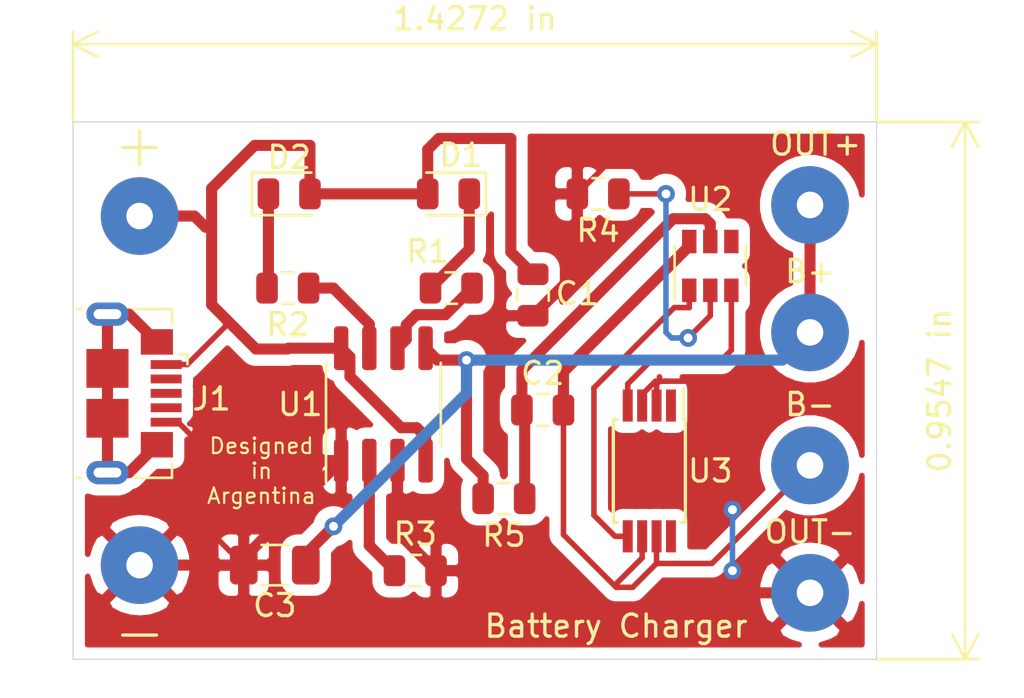
<source format=kicad_pcb>
(kicad_pcb (version 20171130) (host pcbnew 5.1.4-e60b266~84~ubuntu18.04.1)

  (general
    (thickness 1.6)
    (drawings 8)
    (tracks 145)
    (zones 0)
    (modules 20)
    (nets 21)
  )

  (page A4)
  (title_block
    (title "Cargador de Bateria con Proteccion - TP Final DCI")
    (company "Brignone Matias")
  )

  (layers
    (0 F.Cu signal)
    (31 B.Cu signal)
    (32 B.Adhes user hide)
    (33 F.Adhes user hide)
    (34 B.Paste user hide)
    (35 F.Paste user hide)
    (36 B.SilkS user hide)
    (37 F.SilkS user)
    (38 B.Mask user hide)
    (39 F.Mask user hide)
    (40 Dwgs.User user)
    (41 Cmts.User user)
    (42 Eco1.User user)
    (43 Eco2.User user)
    (44 Edge.Cuts user)
    (45 Margin user)
    (46 B.CrtYd user hide)
    (47 F.CrtYd user)
    (48 B.Fab user hide)
    (49 F.Fab user)
  )

  (setup
    (last_trace_width 0.25)
    (user_trace_width 0.25)
    (user_trace_width 0.5)
    (trace_clearance 0.25)
    (zone_clearance 0.508)
    (zone_45_only no)
    (trace_min 0.2)
    (via_size 0.8)
    (via_drill 0.4)
    (via_min_size 0.4)
    (via_min_drill 0.3)
    (user_via 1 0.5)
    (uvia_size 0.3)
    (uvia_drill 0.1)
    (uvias_allowed no)
    (uvia_min_size 0.2)
    (uvia_min_drill 0.1)
    (edge_width 0.05)
    (segment_width 0.2)
    (pcb_text_width 0.3)
    (pcb_text_size 1.5 1.5)
    (mod_edge_width 0.12)
    (mod_text_size 1 1)
    (mod_text_width 0.15)
    (pad_size 1.524 1.524)
    (pad_drill 0.762)
    (pad_to_mask_clearance 0.051)
    (solder_mask_min_width 0.25)
    (aux_axis_origin 0 0)
    (visible_elements FFFDFF7F)
    (pcbplotparams
      (layerselection 0x010fc_ffffffff)
      (usegerberextensions false)
      (usegerberattributes false)
      (usegerberadvancedattributes false)
      (creategerberjobfile false)
      (excludeedgelayer true)
      (linewidth 0.100000)
      (plotframeref false)
      (viasonmask false)
      (mode 1)
      (useauxorigin false)
      (hpglpennumber 1)
      (hpglpenspeed 20)
      (hpglpendiameter 15.000000)
      (psnegative false)
      (psa4output false)
      (plotreference true)
      (plotvalue true)
      (plotinvisibletext false)
      (padsonsilk false)
      (subtractmaskfromsilk false)
      (outputformat 1)
      (mirror false)
      (drillshape 1)
      (scaleselection 1)
      (outputdirectory ""))
  )

  (net 0 "")
  (net 1 +5V)
  (net 2 GND)
  (net 3 "Net-(C2-Pad2)")
  (net 4 "Net-(C2-Pad1)")
  (net 5 "Net-(C3-Pad1)")
  (net 6 "Net-(D1-Pad1)")
  (net 7 "Net-(D2-Pad1)")
  (net 8 "Net-(J1-Pad6)")
  (net 9 "Net-(J1-Pad2)")
  (net 10 "Net-(J1-Pad3)")
  (net 11 "Net-(J1-Pad4)")
  (net 12 "Net-(R1-Pad2)")
  (net 13 "Net-(R2-Pad1)")
  (net 14 "Net-(R3-Pad1)")
  (net 15 "Net-(R4-Pad1)")
  (net 16 "Net-(U2-Pad1)")
  (net 17 "Net-(U2-Pad3)")
  (net 18 "Net-(U2-Pad4)")
  (net 19 "Net-(U3-Pad1)")
  (net 20 "Net-(U3-Pad8)")

  (net_class Default "This is the default net class."
    (clearance 0.25)
    (trace_width 0.25)
    (via_dia 0.8)
    (via_drill 0.4)
    (uvia_dia 0.3)
    (uvia_drill 0.1)
    (add_net +5V)
    (add_net GND)
    (add_net "Net-(C2-Pad1)")
    (add_net "Net-(C2-Pad2)")
    (add_net "Net-(C3-Pad1)")
    (add_net "Net-(D1-Pad1)")
    (add_net "Net-(D2-Pad1)")
    (add_net "Net-(J1-Pad2)")
    (add_net "Net-(J1-Pad3)")
    (add_net "Net-(J1-Pad4)")
    (add_net "Net-(J1-Pad6)")
    (add_net "Net-(R1-Pad2)")
    (add_net "Net-(R2-Pad1)")
    (add_net "Net-(R3-Pad1)")
    (add_net "Net-(R4-Pad1)")
    (add_net "Net-(U2-Pad1)")
    (add_net "Net-(U2-Pad3)")
    (add_net "Net-(U2-Pad4)")
    (add_net "Net-(U3-Pad1)")
    (add_net "Net-(U3-Pad8)")
  )

  (module Connector_USB:USB_Micro-B_GCT_USB3076-30-A (layer F.Cu) (tedit 5A170D03) (tstamp 5D9A0387)
    (at 105.25 129.5 270)
    (descr "GCT Micro USB https://gct.co/files/drawings/usb3076.pdf")
    (tags "Micro-USB SMD Typ-B GCT")
    (path /5D89F5C7)
    (clearance 0.1)
    (attr smd)
    (fp_text reference J1 (at 0.25 -3.5 180) (layer F.SilkS)
      (effects (font (size 1 1) (thickness 0.15)))
    )
    (fp_text value USB_B_Micro (at 0 5.2 90) (layer F.Fab)
      (effects (font (size 1 1) (thickness 0.15)))
    )
    (fp_line (start -1.1 -2.16) (end -1.1 -1.95) (layer F.Fab) (width 0.1))
    (fp_line (start -1.5 -2.16) (end -1.5 -1.95) (layer F.Fab) (width 0.1))
    (fp_line (start -1.5 -2.16) (end -1.1 -2.16) (layer F.Fab) (width 0.1))
    (fp_line (start -1.1 -1.95) (end -1.3 -1.75) (layer F.Fab) (width 0.1))
    (fp_line (start -1.3 -1.75) (end -1.5 -1.95) (layer F.Fab) (width 0.1))
    (fp_line (start -1.76 -2.41) (end -1.76 -2.02) (layer F.SilkS) (width 0.12))
    (fp_line (start -1.76 -2.41) (end -1.31 -2.41) (layer F.SilkS) (width 0.12))
    (fp_text user %R (at 0 0.85 90) (layer F.Fab)
      (effects (font (size 1 1) (thickness 0.15)))
    )
    (fp_line (start 3.81 -1.71) (end 3.16 -1.71) (layer F.SilkS) (width 0.12))
    (fp_line (start 3.81 0.02) (end 3.81 -1.71) (layer F.SilkS) (width 0.12))
    (fp_line (start -3.81 2.59) (end -3.81 2.38) (layer F.SilkS) (width 0.12))
    (fp_line (start -3.7 3.95) (end -3.7 -1.6) (layer F.Fab) (width 0.1))
    (fp_line (start -3.7 -1.6) (end 3.7 -1.6) (layer F.Fab) (width 0.1))
    (fp_line (start -3.7 3.95) (end 3.7 3.95) (layer F.Fab) (width 0.1))
    (fp_line (start -3 2.65) (end 3 2.65) (layer F.Fab) (width 0.1))
    (fp_line (start 3.7 3.95) (end 3.7 -1.6) (layer F.Fab) (width 0.1))
    (fp_line (start 3.81 2.59) (end 3.81 2.38) (layer F.SilkS) (width 0.12))
    (fp_line (start -3.81 0.02) (end -3.81 -1.71) (layer F.SilkS) (width 0.12))
    (fp_line (start -3.81 -1.71) (end -3.15 -1.71) (layer F.SilkS) (width 0.12))
    (fp_text user "PCB Edge" (at 0 2.65 90) (layer Dwgs.User)
      (effects (font (size 0.5 0.5) (thickness 0.08)))
    )
    (fp_line (start -4.6 4.45) (end -4.6 -2.65) (layer F.CrtYd) (width 0.05))
    (fp_line (start -4.6 -2.65) (end 4.6 -2.65) (layer F.CrtYd) (width 0.05))
    (fp_line (start 4.6 -2.65) (end 4.6 4.45) (layer F.CrtYd) (width 0.05))
    (fp_line (start -4.6 4.45) (end 4.6 4.45) (layer F.CrtYd) (width 0.05))
    (pad 6 smd rect (at -2.32 -1.03 270) (size 1.15 1.45) (layers F.Cu F.Paste F.Mask)
      (net 8 "Net-(J1-Pad6)"))
    (pad 6 smd rect (at 2.32 -1.03 270) (size 1.15 1.45) (layers F.Cu F.Paste F.Mask)
      (net 8 "Net-(J1-Pad6)"))
    (pad 6 thru_hole oval (at 3.575 1.2 270) (size 1.05 1.9) (drill oval 0.45 1.25) (layers *.Cu *.Mask)
      (net 8 "Net-(J1-Pad6)"))
    (pad 6 thru_hole oval (at -3.575 1.2 90) (size 1.05 1.9) (drill oval 0.45 1.25) (layers *.Cu *.Mask)
      (net 8 "Net-(J1-Pad6)"))
    (pad 6 smd rect (at -1.125 1.2 270) (size 1.75 1.9) (layers F.Cu F.Paste F.Mask)
      (net 8 "Net-(J1-Pad6)"))
    (pad 3 smd rect (at 0 -1.45 270) (size 0.4 1.4) (layers F.Cu F.Paste F.Mask)
      (net 10 "Net-(J1-Pad3)"))
    (pad 4 smd rect (at 0.65 -1.45 270) (size 0.4 1.4) (layers F.Cu F.Paste F.Mask)
      (net 11 "Net-(J1-Pad4)"))
    (pad 5 smd rect (at 1.3 -1.45 270) (size 0.4 1.4) (layers F.Cu F.Paste F.Mask)
      (net 2 GND))
    (pad 1 smd rect (at -1.3 -1.45 270) (size 0.4 1.4) (layers F.Cu F.Paste F.Mask)
      (net 1 +5V))
    (pad 2 smd rect (at -0.65 -1.45 270) (size 0.4 1.4) (layers F.Cu F.Paste F.Mask)
      (net 9 "Net-(J1-Pad2)"))
    (pad 6 smd rect (at 1.125 1.2 270) (size 1.75 1.9) (layers F.Cu F.Paste F.Mask)
      (net 8 "Net-(J1-Pad6)"))
    (model ${KISYS3DMOD}/Connector_USB.3dshapes/USB_Micro-B_GCT_USB3076-30-A.wrl
      (at (xyz 0 0 0))
      (scale (xyz 1 1 1))
      (rotate (xyz 0 0 0))
    )
    (model ${KISYS3DMOD}/Connector_USB.3dshapes/USB_Micro-B_Molex_47346-0001.wrl
      (at (xyz 0 0 0))
      (scale (xyz 1 1 1))
      (rotate (xyz 0 0 0))
    )
  )

  (module Package_SO:TSSOP-8_4.4x3mm_P0.65mm (layer F.Cu) (tedit 5A02F25C) (tstamp 5D9A40E4)
    (at 128.5 133 270)
    (descr "8-Lead Plastic Thin Shrink Small Outline (ST)-4.4 mm Body [TSSOP] (see Microchip Packaging Specification 00000049BS.pdf)")
    (tags "SSOP 0.65")
    (path /5D8AC49A)
    (clearance 0.1)
    (attr smd)
    (fp_text reference U3 (at 0 -2.75 180) (layer F.SilkS)
      (effects (font (size 1 1) (thickness 0.15)))
    )
    (fp_text value FS8205A (at 0 2.55 90) (layer F.Fab)
      (effects (font (size 1 1) (thickness 0.15)))
    )
    (fp_text user %R (at 0 0 90) (layer F.Fab)
      (effects (font (size 0.7 0.7) (thickness 0.15)))
    )
    (fp_line (start -2.325 -1.525) (end -3.675 -1.525) (layer F.SilkS) (width 0.15))
    (fp_line (start -2.325 1.625) (end 2.325 1.625) (layer F.SilkS) (width 0.15))
    (fp_line (start -2.325 -1.625) (end 2.325 -1.625) (layer F.SilkS) (width 0.15))
    (fp_line (start -2.325 1.625) (end -2.325 1.425) (layer F.SilkS) (width 0.15))
    (fp_line (start 2.325 1.625) (end 2.325 1.425) (layer F.SilkS) (width 0.15))
    (fp_line (start 2.325 -1.625) (end 2.325 -1.425) (layer F.SilkS) (width 0.15))
    (fp_line (start -2.325 -1.625) (end -2.325 -1.525) (layer F.SilkS) (width 0.15))
    (fp_line (start -3.95 1.8) (end 3.95 1.8) (layer F.CrtYd) (width 0.05))
    (fp_line (start -3.95 -1.8) (end 3.95 -1.8) (layer F.CrtYd) (width 0.05))
    (fp_line (start 3.95 -1.8) (end 3.95 1.8) (layer F.CrtYd) (width 0.05))
    (fp_line (start -3.95 -1.8) (end -3.95 1.8) (layer F.CrtYd) (width 0.05))
    (fp_line (start -2.2 -0.5) (end -1.2 -1.5) (layer F.Fab) (width 0.15))
    (fp_line (start -2.2 1.5) (end -2.2 -0.5) (layer F.Fab) (width 0.15))
    (fp_line (start 2.2 1.5) (end -2.2 1.5) (layer F.Fab) (width 0.15))
    (fp_line (start 2.2 -1.5) (end 2.2 1.5) (layer F.Fab) (width 0.15))
    (fp_line (start -1.2 -1.5) (end 2.2 -1.5) (layer F.Fab) (width 0.15))
    (pad 8 smd rect (at 2.95 -0.975 270) (size 1.45 0.45) (layers F.Cu F.Paste F.Mask)
      (net 20 "Net-(U3-Pad8)"))
    (pad 7 smd rect (at 2.95 -0.325 270) (size 1.45 0.45) (layers F.Cu F.Paste F.Mask)
      (net 3 "Net-(C2-Pad2)"))
    (pad 6 smd rect (at 2.95 0.325 270) (size 1.45 0.45) (layers F.Cu F.Paste F.Mask)
      (net 3 "Net-(C2-Pad2)"))
    (pad 5 smd rect (at 2.95 0.975 270) (size 1.45 0.45) (layers F.Cu F.Paste F.Mask)
      (net 16 "Net-(U2-Pad1)"))
    (pad 4 smd rect (at -2.95 0.975 270) (size 1.45 0.45) (layers F.Cu F.Paste F.Mask)
      (net 17 "Net-(U2-Pad3)"))
    (pad 3 smd rect (at -2.95 0.325 270) (size 1.45 0.45) (layers F.Cu F.Paste F.Mask)
      (net 2 GND))
    (pad 2 smd rect (at -2.95 -0.325 270) (size 1.45 0.45) (layers F.Cu F.Paste F.Mask)
      (net 2 GND))
    (pad 1 smd rect (at -2.95 -0.975 270) (size 1.45 0.45) (layers F.Cu F.Paste F.Mask)
      (net 19 "Net-(U3-Pad1)"))
    (model ${KISYS3DMOD}/Package_SO.3dshapes/TSSOP-8_4.4x3mm_P0.65mm.wrl
      (at (xyz 0 0 0))
      (scale (xyz 1 1 1))
      (rotate (xyz 0 0 0))
    )
  )

  (module Package_TO_SOT_SMD:SOT-23-6 (layer F.Cu) (tedit 5A02FF57) (tstamp 5D96D8BE)
    (at 131.25 123.75 90)
    (descr "6-pin SOT-23 package")
    (tags SOT-23-6)
    (path /5D8B54BB)
    (attr smd)
    (fp_text reference U2 (at 3 0 180) (layer F.SilkS)
      (effects (font (size 1 1) (thickness 0.15)))
    )
    (fp_text value DW01A (at 0 2.9 90) (layer F.Fab)
      (effects (font (size 1 1) (thickness 0.15)))
    )
    (fp_line (start 0.9 -1.55) (end 0.9 1.55) (layer F.Fab) (width 0.1))
    (fp_line (start 0.9 1.55) (end -0.9 1.55) (layer F.Fab) (width 0.1))
    (fp_line (start -0.9 -0.9) (end -0.9 1.55) (layer F.Fab) (width 0.1))
    (fp_line (start 0.9 -1.55) (end -0.25 -1.55) (layer F.Fab) (width 0.1))
    (fp_line (start -0.9 -0.9) (end -0.25 -1.55) (layer F.Fab) (width 0.1))
    (fp_line (start -1.9 -1.8) (end -1.9 1.8) (layer F.CrtYd) (width 0.05))
    (fp_line (start -1.9 1.8) (end 1.9 1.8) (layer F.CrtYd) (width 0.05))
    (fp_line (start 1.9 1.8) (end 1.9 -1.8) (layer F.CrtYd) (width 0.05))
    (fp_line (start 1.9 -1.8) (end -1.9 -1.8) (layer F.CrtYd) (width 0.05))
    (fp_line (start 0.9 -1.61) (end -1.55 -1.61) (layer F.SilkS) (width 0.12))
    (fp_line (start -0.9 1.61) (end 0.9 1.61) (layer F.SilkS) (width 0.12))
    (fp_text user %R (at 0 0) (layer F.Fab)
      (effects (font (size 0.5 0.5) (thickness 0.075)))
    )
    (pad 5 smd rect (at 1.1 0 90) (size 1.06 0.65) (layers F.Cu F.Paste F.Mask)
      (net 4 "Net-(C2-Pad1)"))
    (pad 6 smd rect (at 1.1 -0.95 90) (size 1.06 0.65) (layers F.Cu F.Paste F.Mask)
      (net 3 "Net-(C2-Pad2)"))
    (pad 4 smd rect (at 1.1 0.95 90) (size 1.06 0.65) (layers F.Cu F.Paste F.Mask)
      (net 18 "Net-(U2-Pad4)"))
    (pad 3 smd rect (at -1.1 0.95 90) (size 1.06 0.65) (layers F.Cu F.Paste F.Mask)
      (net 17 "Net-(U2-Pad3)"))
    (pad 2 smd rect (at -1.1 0 90) (size 1.06 0.65) (layers F.Cu F.Paste F.Mask)
      (net 15 "Net-(R4-Pad1)"))
    (pad 1 smd rect (at -1.1 -0.95 90) (size 1.06 0.65) (layers F.Cu F.Paste F.Mask)
      (net 16 "Net-(U2-Pad1)"))
    (model ${KISYS3DMOD}/Package_TO_SOT_SMD.3dshapes/SOT-23-6.wrl
      (at (xyz 0 0 0))
      (scale (xyz 1 1 1))
      (rotate (xyz 0 0 0))
    )
  )

  (module Package_SO:SOP-8_3.76x4.96mm_P1.27mm (layer F.Cu) (tedit 5C4A362D) (tstamp 5D96E78B)
    (at 116.5 130 90)
    (descr "SOP, 8 Pin (https://ww2.minicircuits.com/case_style/XX211.pdf), generated with kicad-footprint-generator ipc_gullwing_generator.py")
    (tags "SOP SO")
    (path /5D886202)
    (attr smd)
    (fp_text reference U1 (at 0 -3.75 180) (layer F.SilkS)
      (effects (font (size 1 1) (thickness 0.15)))
    )
    (fp_text value TP4056 (at 0 3.43 90) (layer F.Fab)
      (effects (font (size 1 1) (thickness 0.15)))
    )
    (fp_text user %R (at 0 0 90) (layer F.Fab)
      (effects (font (size 0.94 0.94) (thickness 0.14)))
    )
    (fp_line (start 3.78 -2.73) (end -3.78 -2.73) (layer F.CrtYd) (width 0.05))
    (fp_line (start 3.78 2.73) (end 3.78 -2.73) (layer F.CrtYd) (width 0.05))
    (fp_line (start -3.78 2.73) (end 3.78 2.73) (layer F.CrtYd) (width 0.05))
    (fp_line (start -3.78 -2.73) (end -3.78 2.73) (layer F.CrtYd) (width 0.05))
    (fp_line (start -1.88 -1.54) (end -0.94 -2.48) (layer F.Fab) (width 0.1))
    (fp_line (start -1.88 2.48) (end -1.88 -1.54) (layer F.Fab) (width 0.1))
    (fp_line (start 1.88 2.48) (end -1.88 2.48) (layer F.Fab) (width 0.1))
    (fp_line (start 1.88 -2.48) (end 1.88 2.48) (layer F.Fab) (width 0.1))
    (fp_line (start -0.94 -2.48) (end 1.88 -2.48) (layer F.Fab) (width 0.1))
    (fp_line (start 0 -2.59) (end -3.525 -2.59) (layer F.SilkS) (width 0.12))
    (fp_line (start 0 -2.59) (end 1.88 -2.59) (layer F.SilkS) (width 0.12))
    (fp_line (start 0 2.59) (end -1.88 2.59) (layer F.SilkS) (width 0.12))
    (fp_line (start 0 2.59) (end 1.88 2.59) (layer F.SilkS) (width 0.12))
    (pad 8 smd roundrect (at 2.5375 -1.905 90) (size 1.975 0.65) (layers F.Cu F.Paste F.Mask) (roundrect_rratio 0.25)
      (net 1 +5V))
    (pad 7 smd roundrect (at 2.5375 -0.635 90) (size 1.975 0.65) (layers F.Cu F.Paste F.Mask) (roundrect_rratio 0.25)
      (net 13 "Net-(R2-Pad1)"))
    (pad 6 smd roundrect (at 2.5375 0.635 90) (size 1.975 0.65) (layers F.Cu F.Paste F.Mask) (roundrect_rratio 0.25)
      (net 12 "Net-(R1-Pad2)"))
    (pad 5 smd roundrect (at 2.5375 1.905 90) (size 1.975 0.65) (layers F.Cu F.Paste F.Mask) (roundrect_rratio 0.25)
      (net 5 "Net-(C3-Pad1)"))
    (pad 4 smd roundrect (at -2.5375 1.905 90) (size 1.975 0.65) (layers F.Cu F.Paste F.Mask) (roundrect_rratio 0.25)
      (net 1 +5V))
    (pad 3 smd roundrect (at -2.5375 0.635 90) (size 1.975 0.65) (layers F.Cu F.Paste F.Mask) (roundrect_rratio 0.25)
      (net 2 GND))
    (pad 2 smd roundrect (at -2.5375 -0.635 90) (size 1.975 0.65) (layers F.Cu F.Paste F.Mask) (roundrect_rratio 0.25)
      (net 14 "Net-(R3-Pad1)"))
    (pad 1 smd roundrect (at -2.5375 -1.905 90) (size 1.975 0.65) (layers F.Cu F.Paste F.Mask) (roundrect_rratio 0.25)
      (net 2 GND))
    (model ${KISYS3DMOD}/Package_SO.3dshapes/SOP-8_3.76x4.96mm_P1.27mm.wrl
      (at (xyz 0 0 0))
      (scale (xyz 1 1 1))
      (rotate (xyz 0 0 0))
    )
    (model ${KISYS3DMOD}/Package_SO.3dshapes/SSOP-8_3.95x5.21x3.27mm_P1.27mm.step
      (at (xyz 0 0 0))
      (scale (xyz 1 1 1))
      (rotate (xyz 0 0 0))
    )
  )

  (module Resistor_SMD:R_0805_2012Metric (layer F.Cu) (tedit 5B36C52B) (tstamp 5D96D88E)
    (at 121.9375 134.25 180)
    (descr "Resistor SMD 0805 (2012 Metric), square (rectangular) end terminal, IPC_7351 nominal, (Body size source: https://docs.google.com/spreadsheets/d/1BsfQQcO9C6DZCsRaXUlFlo91Tg2WpOkGARC1WS5S8t0/edit?usp=sharing), generated with kicad-footprint-generator")
    (tags resistor)
    (path /5D8CF46F)
    (attr smd)
    (fp_text reference R5 (at 0 -1.65) (layer F.SilkS)
      (effects (font (size 1 1) (thickness 0.15)))
    )
    (fp_text value 0.1K (at 0 1.65) (layer F.Fab)
      (effects (font (size 1 1) (thickness 0.15)))
    )
    (fp_line (start -1 0.6) (end -1 -0.6) (layer F.Fab) (width 0.1))
    (fp_line (start -1 -0.6) (end 1 -0.6) (layer F.Fab) (width 0.1))
    (fp_line (start 1 -0.6) (end 1 0.6) (layer F.Fab) (width 0.1))
    (fp_line (start 1 0.6) (end -1 0.6) (layer F.Fab) (width 0.1))
    (fp_line (start -0.258578 -0.71) (end 0.258578 -0.71) (layer F.SilkS) (width 0.12))
    (fp_line (start -0.258578 0.71) (end 0.258578 0.71) (layer F.SilkS) (width 0.12))
    (fp_line (start -1.68 0.95) (end -1.68 -0.95) (layer F.CrtYd) (width 0.05))
    (fp_line (start -1.68 -0.95) (end 1.68 -0.95) (layer F.CrtYd) (width 0.05))
    (fp_line (start 1.68 -0.95) (end 1.68 0.95) (layer F.CrtYd) (width 0.05))
    (fp_line (start 1.68 0.95) (end -1.68 0.95) (layer F.CrtYd) (width 0.05))
    (fp_text user %R (at 0 0) (layer F.Fab)
      (effects (font (size 0.5 0.5) (thickness 0.08)))
    )
    (pad 1 smd roundrect (at -0.9375 0 180) (size 0.975 1.4) (layers F.Cu F.Paste F.Mask) (roundrect_rratio 0.25)
      (net 4 "Net-(C2-Pad1)"))
    (pad 2 smd roundrect (at 0.9375 0 180) (size 0.975 1.4) (layers F.Cu F.Paste F.Mask) (roundrect_rratio 0.25)
      (net 5 "Net-(C3-Pad1)"))
    (model ${KISYS3DMOD}/Resistor_SMD.3dshapes/R_0805_2012Metric.wrl
      (at (xyz 0 0 0))
      (scale (xyz 1 1 1))
      (rotate (xyz 0 0 0))
    )
  )

  (module Resistor_SMD:R_0805_2012Metric (layer F.Cu) (tedit 5B36C52B) (tstamp 5D96D87D)
    (at 126.1875 120.5 180)
    (descr "Resistor SMD 0805 (2012 Metric), square (rectangular) end terminal, IPC_7351 nominal, (Body size source: https://docs.google.com/spreadsheets/d/1BsfQQcO9C6DZCsRaXUlFlo91Tg2WpOkGARC1WS5S8t0/edit?usp=sharing), generated with kicad-footprint-generator")
    (tags resistor)
    (path /5D8BA427)
    (attr smd)
    (fp_text reference R4 (at 0 -1.65) (layer F.SilkS)
      (effects (font (size 1 1) (thickness 0.15)))
    )
    (fp_text value 1K (at 0 1.65) (layer F.Fab)
      (effects (font (size 1 1) (thickness 0.15)))
    )
    (fp_text user %R (at 0 0) (layer F.Fab)
      (effects (font (size 0.5 0.5) (thickness 0.08)))
    )
    (fp_line (start 1.68 0.95) (end -1.68 0.95) (layer F.CrtYd) (width 0.05))
    (fp_line (start 1.68 -0.95) (end 1.68 0.95) (layer F.CrtYd) (width 0.05))
    (fp_line (start -1.68 -0.95) (end 1.68 -0.95) (layer F.CrtYd) (width 0.05))
    (fp_line (start -1.68 0.95) (end -1.68 -0.95) (layer F.CrtYd) (width 0.05))
    (fp_line (start -0.258578 0.71) (end 0.258578 0.71) (layer F.SilkS) (width 0.12))
    (fp_line (start -0.258578 -0.71) (end 0.258578 -0.71) (layer F.SilkS) (width 0.12))
    (fp_line (start 1 0.6) (end -1 0.6) (layer F.Fab) (width 0.1))
    (fp_line (start 1 -0.6) (end 1 0.6) (layer F.Fab) (width 0.1))
    (fp_line (start -1 -0.6) (end 1 -0.6) (layer F.Fab) (width 0.1))
    (fp_line (start -1 0.6) (end -1 -0.6) (layer F.Fab) (width 0.1))
    (pad 2 smd roundrect (at 0.9375 0 180) (size 0.975 1.4) (layers F.Cu F.Paste F.Mask) (roundrect_rratio 0.25)
      (net 2 GND))
    (pad 1 smd roundrect (at -0.9375 0 180) (size 0.975 1.4) (layers F.Cu F.Paste F.Mask) (roundrect_rratio 0.25)
      (net 15 "Net-(R4-Pad1)"))
    (model ${KISYS3DMOD}/Resistor_SMD.3dshapes/R_0805_2012Metric.wrl
      (at (xyz 0 0 0))
      (scale (xyz 1 1 1))
      (rotate (xyz 0 0 0))
    )
  )

  (module Resistor_SMD:R_0805_2012Metric (layer F.Cu) (tedit 5B36C52B) (tstamp 5D96D86C)
    (at 117.9375 137.5)
    (descr "Resistor SMD 0805 (2012 Metric), square (rectangular) end terminal, IPC_7351 nominal, (Body size source: https://docs.google.com/spreadsheets/d/1BsfQQcO9C6DZCsRaXUlFlo91Tg2WpOkGARC1WS5S8t0/edit?usp=sharing), generated with kicad-footprint-generator")
    (tags resistor)
    (path /5D8AA0B6)
    (attr smd)
    (fp_text reference R3 (at 0 -1.65) (layer F.SilkS)
      (effects (font (size 1 1) (thickness 0.15)))
    )
    (fp_text value 1K (at 0 1.65) (layer F.Fab)
      (effects (font (size 1 1) (thickness 0.15)))
    )
    (fp_text user %R (at 0 0) (layer F.Fab)
      (effects (font (size 0.5 0.5) (thickness 0.08)))
    )
    (fp_line (start 1.68 0.95) (end -1.68 0.95) (layer F.CrtYd) (width 0.05))
    (fp_line (start 1.68 -0.95) (end 1.68 0.95) (layer F.CrtYd) (width 0.05))
    (fp_line (start -1.68 -0.95) (end 1.68 -0.95) (layer F.CrtYd) (width 0.05))
    (fp_line (start -1.68 0.95) (end -1.68 -0.95) (layer F.CrtYd) (width 0.05))
    (fp_line (start -0.258578 0.71) (end 0.258578 0.71) (layer F.SilkS) (width 0.12))
    (fp_line (start -0.258578 -0.71) (end 0.258578 -0.71) (layer F.SilkS) (width 0.12))
    (fp_line (start 1 0.6) (end -1 0.6) (layer F.Fab) (width 0.1))
    (fp_line (start 1 -0.6) (end 1 0.6) (layer F.Fab) (width 0.1))
    (fp_line (start -1 -0.6) (end 1 -0.6) (layer F.Fab) (width 0.1))
    (fp_line (start -1 0.6) (end -1 -0.6) (layer F.Fab) (width 0.1))
    (pad 2 smd roundrect (at 0.9375 0) (size 0.975 1.4) (layers F.Cu F.Paste F.Mask) (roundrect_rratio 0.25)
      (net 2 GND))
    (pad 1 smd roundrect (at -0.9375 0) (size 0.975 1.4) (layers F.Cu F.Paste F.Mask) (roundrect_rratio 0.25)
      (net 14 "Net-(R3-Pad1)"))
    (model ${KISYS3DMOD}/Resistor_SMD.3dshapes/R_0805_2012Metric.wrl
      (at (xyz 0 0 0))
      (scale (xyz 1 1 1))
      (rotate (xyz 0 0 0))
    )
  )

  (module Resistor_SMD:R_0805_2012Metric (layer F.Cu) (tedit 5B36C52B) (tstamp 5D96D85B)
    (at 112.1875 124.75 180)
    (descr "Resistor SMD 0805 (2012 Metric), square (rectangular) end terminal, IPC_7351 nominal, (Body size source: https://docs.google.com/spreadsheets/d/1BsfQQcO9C6DZCsRaXUlFlo91Tg2WpOkGARC1WS5S8t0/edit?usp=sharing), generated with kicad-footprint-generator")
    (tags resistor)
    (path /5D887459)
    (attr smd)
    (fp_text reference R2 (at 0 -1.65) (layer F.SilkS)
      (effects (font (size 1 1) (thickness 0.15)))
    )
    (fp_text value 1K (at 0 1.65) (layer F.Fab)
      (effects (font (size 1 1) (thickness 0.15)))
    )
    (fp_text user %R (at 0 0) (layer F.Fab)
      (effects (font (size 0.5 0.5) (thickness 0.08)))
    )
    (fp_line (start 1.68 0.95) (end -1.68 0.95) (layer F.CrtYd) (width 0.05))
    (fp_line (start 1.68 -0.95) (end 1.68 0.95) (layer F.CrtYd) (width 0.05))
    (fp_line (start -1.68 -0.95) (end 1.68 -0.95) (layer F.CrtYd) (width 0.05))
    (fp_line (start -1.68 0.95) (end -1.68 -0.95) (layer F.CrtYd) (width 0.05))
    (fp_line (start -0.258578 0.71) (end 0.258578 0.71) (layer F.SilkS) (width 0.12))
    (fp_line (start -0.258578 -0.71) (end 0.258578 -0.71) (layer F.SilkS) (width 0.12))
    (fp_line (start 1 0.6) (end -1 0.6) (layer F.Fab) (width 0.1))
    (fp_line (start 1 -0.6) (end 1 0.6) (layer F.Fab) (width 0.1))
    (fp_line (start -1 -0.6) (end 1 -0.6) (layer F.Fab) (width 0.1))
    (fp_line (start -1 0.6) (end -1 -0.6) (layer F.Fab) (width 0.1))
    (pad 2 smd roundrect (at 0.9375 0 180) (size 0.975 1.4) (layers F.Cu F.Paste F.Mask) (roundrect_rratio 0.25)
      (net 7 "Net-(D2-Pad1)"))
    (pad 1 smd roundrect (at -0.9375 0 180) (size 0.975 1.4) (layers F.Cu F.Paste F.Mask) (roundrect_rratio 0.25)
      (net 13 "Net-(R2-Pad1)"))
    (model ${KISYS3DMOD}/Resistor_SMD.3dshapes/R_0805_2012Metric.wrl
      (at (xyz 0 0 0))
      (scale (xyz 1 1 1))
      (rotate (xyz 0 0 0))
    )
  )

  (module Resistor_SMD:R_0805_2012Metric (layer F.Cu) (tedit 5B36C52B) (tstamp 5D96D84A)
    (at 119.5625 124.75)
    (descr "Resistor SMD 0805 (2012 Metric), square (rectangular) end terminal, IPC_7351 nominal, (Body size source: https://docs.google.com/spreadsheets/d/1BsfQQcO9C6DZCsRaXUlFlo91Tg2WpOkGARC1WS5S8t0/edit?usp=sharing), generated with kicad-footprint-generator")
    (tags resistor)
    (path /5D887F8F)
    (attr smd)
    (fp_text reference R1 (at -1.0625 -1.65) (layer F.SilkS)
      (effects (font (size 1 1) (thickness 0.15)))
    )
    (fp_text value 1K (at 0 1.65) (layer F.Fab)
      (effects (font (size 1 1) (thickness 0.15)))
    )
    (fp_text user %R (at 0 0) (layer F.Fab)
      (effects (font (size 0.5 0.5) (thickness 0.08)))
    )
    (fp_line (start 1.68 0.95) (end -1.68 0.95) (layer F.CrtYd) (width 0.05))
    (fp_line (start 1.68 -0.95) (end 1.68 0.95) (layer F.CrtYd) (width 0.05))
    (fp_line (start -1.68 -0.95) (end 1.68 -0.95) (layer F.CrtYd) (width 0.05))
    (fp_line (start -1.68 0.95) (end -1.68 -0.95) (layer F.CrtYd) (width 0.05))
    (fp_line (start -0.258578 0.71) (end 0.258578 0.71) (layer F.SilkS) (width 0.12))
    (fp_line (start -0.258578 -0.71) (end 0.258578 -0.71) (layer F.SilkS) (width 0.12))
    (fp_line (start 1 0.6) (end -1 0.6) (layer F.Fab) (width 0.1))
    (fp_line (start 1 -0.6) (end 1 0.6) (layer F.Fab) (width 0.1))
    (fp_line (start -1 -0.6) (end 1 -0.6) (layer F.Fab) (width 0.1))
    (fp_line (start -1 0.6) (end -1 -0.6) (layer F.Fab) (width 0.1))
    (pad 2 smd roundrect (at 0.9375 0) (size 0.975 1.4) (layers F.Cu F.Paste F.Mask) (roundrect_rratio 0.25)
      (net 12 "Net-(R1-Pad2)"))
    (pad 1 smd roundrect (at -0.9375 0) (size 0.975 1.4) (layers F.Cu F.Paste F.Mask) (roundrect_rratio 0.25)
      (net 6 "Net-(D1-Pad1)"))
    (model ${KISYS3DMOD}/Resistor_SMD.3dshapes/R_0805_2012Metric.wrl
      (at (xyz 0 0 0))
      (scale (xyz 1 1 1))
      (rotate (xyz 0 0 0))
    )
  )

  (module Connector_Wire:SolderWirePad_1x01_Drill1.2mm (layer F.Cu) (tedit 5AEE5EA7) (tstamp 5D96D839)
    (at 135.75 138.5)
    (descr "Wire solder connection")
    (tags connector)
    (path /5D9A3497)
    (attr virtual)
    (fp_text reference OUT- (at 0 -2.75) (layer F.SilkS)
      (effects (font (size 1 1) (thickness 0.15)))
    )
    (fp_text value OUT- (at 0 3.175) (layer F.Fab)
      (effects (font (size 1 1) (thickness 0.15)))
    )
    (fp_line (start 2.25 2.25) (end -2.25 2.25) (layer F.CrtYd) (width 0.05))
    (fp_line (start 2.25 2.25) (end 2.25 -2.25) (layer F.CrtYd) (width 0.05))
    (fp_line (start -2.25 -2.25) (end -2.25 2.25) (layer F.CrtYd) (width 0.05))
    (fp_line (start -2.25 -2.25) (end 2.25 -2.25) (layer F.CrtYd) (width 0.05))
    (fp_text user %R (at 0 0) (layer F.Fab)
      (effects (font (size 1 1) (thickness 0.15)))
    )
    (pad 1 thru_hole circle (at 0 0) (size 3.50012 3.50012) (drill 1.19888) (layers *.Cu *.Mask)
      (net 2 GND))
  )

  (module Connector_Wire:SolderWirePad_1x01_Drill1.2mm (layer F.Cu) (tedit 5AEE5EA7) (tstamp 5D96D82F)
    (at 135.75 132.75)
    (descr "Wire solder connection")
    (tags connector)
    (path /5D9A02C6)
    (attr virtual)
    (fp_text reference B- (at 0 -2.75) (layer F.SilkS)
      (effects (font (size 1 1) (thickness 0.15)))
    )
    (fp_text value BAT- (at 0 3.175) (layer F.Fab)
      (effects (font (size 1 1) (thickness 0.15)))
    )
    (fp_line (start 2.25 2.25) (end -2.25 2.25) (layer F.CrtYd) (width 0.05))
    (fp_line (start 2.25 2.25) (end 2.25 -2.25) (layer F.CrtYd) (width 0.05))
    (fp_line (start -2.25 -2.25) (end -2.25 2.25) (layer F.CrtYd) (width 0.05))
    (fp_line (start -2.25 -2.25) (end 2.25 -2.25) (layer F.CrtYd) (width 0.05))
    (fp_text user %R (at 0 0) (layer F.Fab)
      (effects (font (size 1 1) (thickness 0.15)))
    )
    (pad 1 thru_hole circle (at 0 0) (size 3.50012 3.50012) (drill 1.19888) (layers *.Cu *.Mask)
      (net 3 "Net-(C2-Pad2)"))
  )

  (module Connector_Wire:SolderWirePad_1x01_Drill1.2mm (layer F.Cu) (tedit 5AEE5EA7) (tstamp 5D96D825)
    (at 135.75 126.75)
    (descr "Wire solder connection")
    (tags connector)
    (path /5D99E784)
    (attr virtual)
    (fp_text reference B+ (at 0 -2.75) (layer F.SilkS)
      (effects (font (size 1 1) (thickness 0.15)))
    )
    (fp_text value BAT+ (at 0 3.175) (layer F.Fab)
      (effects (font (size 1 1) (thickness 0.15)))
    )
    (fp_text user %R (at 0 0) (layer F.Fab)
      (effects (font (size 1 1) (thickness 0.15)))
    )
    (fp_line (start -2.25 -2.25) (end 2.25 -2.25) (layer F.CrtYd) (width 0.05))
    (fp_line (start -2.25 -2.25) (end -2.25 2.25) (layer F.CrtYd) (width 0.05))
    (fp_line (start 2.25 2.25) (end 2.25 -2.25) (layer F.CrtYd) (width 0.05))
    (fp_line (start 2.25 2.25) (end -2.25 2.25) (layer F.CrtYd) (width 0.05))
    (pad 1 thru_hole circle (at 0 0) (size 3.50012 3.50012) (drill 1.19888) (layers *.Cu *.Mask)
      (net 5 "Net-(C3-Pad1)"))
  )

  (module Connector_Wire:SolderWirePad_1x01_Drill1.2mm (layer F.Cu) (tedit 5AEE5EA7) (tstamp 5D9A5826)
    (at 135.75 121)
    (descr "Wire solder connection")
    (tags connector)
    (path /5D991672)
    (attr virtual)
    (fp_text reference OUT+ (at 0.25 -2.75) (layer F.SilkS)
      (effects (font (size 1 1) (thickness 0.15)))
    )
    (fp_text value OUT+ (at 0 3.175) (layer F.Fab)
      (effects (font (size 1 1) (thickness 0.15)))
    )
    (fp_text user %R (at 0 0) (layer F.Fab)
      (effects (font (size 1 1) (thickness 0.15)))
    )
    (fp_line (start -2.25 -2.25) (end 2.25 -2.25) (layer F.CrtYd) (width 0.05))
    (fp_line (start -2.25 -2.25) (end -2.25 2.25) (layer F.CrtYd) (width 0.05))
    (fp_line (start 2.25 2.25) (end 2.25 -2.25) (layer F.CrtYd) (width 0.05))
    (fp_line (start 2.25 2.25) (end -2.25 2.25) (layer F.CrtYd) (width 0.05))
    (pad 1 thru_hole circle (at 0 0) (size 3.50012 3.50012) (drill 1.19888) (layers *.Cu *.Mask)
      (net 5 "Net-(C3-Pad1)"))
  )

  (module Connector_Wire:SolderWirePad_1x01_Drill1.2mm (layer F.Cu) (tedit 5AEE5EA7) (tstamp 5D9A3ED2)
    (at 105.5 137.25)
    (descr "Wire solder connection")
    (tags connector)
    (path /5D8D6FE3)
    (attr virtual)
    (fp_text reference - (at 0 3) (layer F.SilkS)
      (effects (font (size 2 2) (thickness 0.15)))
    )
    (fp_text value IN- (at 0 3.175) (layer F.Fab)
      (effects (font (size 1 1) (thickness 0.15)))
    )
    (fp_line (start 2.25 2.25) (end -2.25 2.25) (layer F.CrtYd) (width 0.05))
    (fp_line (start 2.25 2.25) (end 2.25 -2.25) (layer F.CrtYd) (width 0.05))
    (fp_line (start -2.25 -2.25) (end -2.25 2.25) (layer F.CrtYd) (width 0.05))
    (fp_line (start -2.25 -2.25) (end 2.25 -2.25) (layer F.CrtYd) (width 0.05))
    (fp_text user %R (at 0 0) (layer F.Fab)
      (effects (font (size 1 1) (thickness 0.15)))
    )
    (pad 1 thru_hole circle (at 0 0) (size 3.50012 3.50012) (drill 1.19888) (layers *.Cu *.Mask)
      (net 2 GND))
  )

  (module Connector_Wire:SolderWirePad_1x01_Drill1.2mm (layer F.Cu) (tedit 5AEE5EA7) (tstamp 5D9A52B3)
    (at 105.5 121.5)
    (descr "Wire solder connection")
    (tags connector)
    (path /5D8D2026)
    (attr virtual)
    (fp_text reference + (at 0 -3.25) (layer F.SilkS)
      (effects (font (size 2 2) (thickness 0.15)))
    )
    (fp_text value IN+ (at 0 3.175) (layer F.Fab)
      (effects (font (size 1 1) (thickness 0.15)))
    )
    (fp_line (start 2.25 2.25) (end -2.25 2.25) (layer F.CrtYd) (width 0.05))
    (fp_line (start 2.25 2.25) (end 2.25 -2.25) (layer F.CrtYd) (width 0.05))
    (fp_line (start -2.25 -2.25) (end -2.25 2.25) (layer F.CrtYd) (width 0.05))
    (fp_line (start -2.25 -2.25) (end 2.25 -2.25) (layer F.CrtYd) (width 0.05))
    (fp_text user %R (at 0 0) (layer F.Fab)
      (effects (font (size 1 1) (thickness 0.15)))
    )
    (pad 1 thru_hole circle (at 0 0) (size 3.50012 3.50012) (drill 1.19888) (layers *.Cu *.Mask)
      (net 1 +5V))
  )

  (module LED_SMD:LED_0805_2012Metric (layer F.Cu) (tedit 5B36C52C) (tstamp 5D96D7D4)
    (at 112.25 120.5)
    (descr "LED SMD 0805 (2012 Metric), square (rectangular) end terminal, IPC_7351 nominal, (Body size source: https://docs.google.com/spreadsheets/d/1BsfQQcO9C6DZCsRaXUlFlo91Tg2WpOkGARC1WS5S8t0/edit?usp=sharing), generated with kicad-footprint-generator")
    (tags diode)
    (path /5D8898C7)
    (attr smd)
    (fp_text reference D2 (at 0 -1.65) (layer F.SilkS)
      (effects (font (size 1 1) (thickness 0.15)))
    )
    (fp_text value LED-R (at 0 1.65) (layer F.Fab)
      (effects (font (size 1 1) (thickness 0.15)))
    )
    (fp_text user %R (at 0 0) (layer F.Fab)
      (effects (font (size 0.5 0.5) (thickness 0.08)))
    )
    (fp_line (start 1.68 0.95) (end -1.68 0.95) (layer F.CrtYd) (width 0.05))
    (fp_line (start 1.68 -0.95) (end 1.68 0.95) (layer F.CrtYd) (width 0.05))
    (fp_line (start -1.68 -0.95) (end 1.68 -0.95) (layer F.CrtYd) (width 0.05))
    (fp_line (start -1.68 0.95) (end -1.68 -0.95) (layer F.CrtYd) (width 0.05))
    (fp_line (start -1.685 0.96) (end 1 0.96) (layer F.SilkS) (width 0.12))
    (fp_line (start -1.685 -0.96) (end -1.685 0.96) (layer F.SilkS) (width 0.12))
    (fp_line (start 1 -0.96) (end -1.685 -0.96) (layer F.SilkS) (width 0.12))
    (fp_line (start 1 0.6) (end 1 -0.6) (layer F.Fab) (width 0.1))
    (fp_line (start -1 0.6) (end 1 0.6) (layer F.Fab) (width 0.1))
    (fp_line (start -1 -0.3) (end -1 0.6) (layer F.Fab) (width 0.1))
    (fp_line (start -0.7 -0.6) (end -1 -0.3) (layer F.Fab) (width 0.1))
    (fp_line (start 1 -0.6) (end -0.7 -0.6) (layer F.Fab) (width 0.1))
    (pad 2 smd roundrect (at 0.9375 0) (size 0.975 1.4) (layers F.Cu F.Paste F.Mask) (roundrect_rratio 0.25)
      (net 1 +5V))
    (pad 1 smd roundrect (at -0.9375 0) (size 0.975 1.4) (layers F.Cu F.Paste F.Mask) (roundrect_rratio 0.25)
      (net 7 "Net-(D2-Pad1)"))
    (model ${KISYS3DMOD}/LED_SMD.3dshapes/LED_0805_2012Metric.wrl
      (at (xyz 0 0 0))
      (scale (xyz 1 1 1))
      (rotate (xyz 0 0 0))
    )
  )

  (module LED_SMD:LED_0805_2012Metric (layer F.Cu) (tedit 5B36C52C) (tstamp 5D96D7C1)
    (at 119.4375 120.5 180)
    (descr "LED SMD 0805 (2012 Metric), square (rectangular) end terminal, IPC_7351 nominal, (Body size source: https://docs.google.com/spreadsheets/d/1BsfQQcO9C6DZCsRaXUlFlo91Tg2WpOkGARC1WS5S8t0/edit?usp=sharing), generated with kicad-footprint-generator")
    (tags diode)
    (path /5D889695)
    (attr smd)
    (fp_text reference D1 (at -0.5625 1.75) (layer F.SilkS)
      (effects (font (size 1 1) (thickness 0.15)))
    )
    (fp_text value LED-B (at 0 1.65) (layer F.Fab)
      (effects (font (size 1 1) (thickness 0.15)))
    )
    (fp_text user %R (at 0 0) (layer F.Fab)
      (effects (font (size 0.5 0.5) (thickness 0.08)))
    )
    (fp_line (start 1.68 0.95) (end -1.68 0.95) (layer F.CrtYd) (width 0.05))
    (fp_line (start 1.68 -0.95) (end 1.68 0.95) (layer F.CrtYd) (width 0.05))
    (fp_line (start -1.68 -0.95) (end 1.68 -0.95) (layer F.CrtYd) (width 0.05))
    (fp_line (start -1.68 0.95) (end -1.68 -0.95) (layer F.CrtYd) (width 0.05))
    (fp_line (start -1.685 0.96) (end 1 0.96) (layer F.SilkS) (width 0.12))
    (fp_line (start -1.685 -0.96) (end -1.685 0.96) (layer F.SilkS) (width 0.12))
    (fp_line (start 1 -0.96) (end -1.685 -0.96) (layer F.SilkS) (width 0.12))
    (fp_line (start 1 0.6) (end 1 -0.6) (layer F.Fab) (width 0.1))
    (fp_line (start -1 0.6) (end 1 0.6) (layer F.Fab) (width 0.1))
    (fp_line (start -1 -0.3) (end -1 0.6) (layer F.Fab) (width 0.1))
    (fp_line (start -0.7 -0.6) (end -1 -0.3) (layer F.Fab) (width 0.1))
    (fp_line (start 1 -0.6) (end -0.7 -0.6) (layer F.Fab) (width 0.1))
    (pad 2 smd roundrect (at 0.9375 0 180) (size 0.975 1.4) (layers F.Cu F.Paste F.Mask) (roundrect_rratio 0.25)
      (net 1 +5V))
    (pad 1 smd roundrect (at -0.9375 0 180) (size 0.975 1.4) (layers F.Cu F.Paste F.Mask) (roundrect_rratio 0.25)
      (net 6 "Net-(D1-Pad1)"))
    (model ${KISYS3DMOD}/LED_SMD.3dshapes/LED_0805_2012Metric.wrl
      (at (xyz 0 0 0))
      (scale (xyz 1 1 1))
      (rotate (xyz 0 0 0))
    )
  )

  (module Capacitor_SMD:C_1206_3216Metric (layer F.Cu) (tedit 5B301BBE) (tstamp 5D96D7AE)
    (at 111.6 137.25 180)
    (descr "Capacitor SMD 1206 (3216 Metric), square (rectangular) end terminal, IPC_7351 nominal, (Body size source: http://www.tortai-tech.com/upload/download/2011102023233369053.pdf), generated with kicad-footprint-generator")
    (tags capacitor)
    (path /5D937385)
    (attr smd)
    (fp_text reference C3 (at 0 -1.82) (layer F.SilkS)
      (effects (font (size 1 1) (thickness 0.15)))
    )
    (fp_text value 10uF (at 0 1.82) (layer F.Fab)
      (effects (font (size 1 1) (thickness 0.15)))
    )
    (fp_text user %R (at 0 0) (layer F.Fab)
      (effects (font (size 0.8 0.8) (thickness 0.12)))
    )
    (fp_line (start 2.28 1.12) (end -2.28 1.12) (layer F.CrtYd) (width 0.05))
    (fp_line (start 2.28 -1.12) (end 2.28 1.12) (layer F.CrtYd) (width 0.05))
    (fp_line (start -2.28 -1.12) (end 2.28 -1.12) (layer F.CrtYd) (width 0.05))
    (fp_line (start -2.28 1.12) (end -2.28 -1.12) (layer F.CrtYd) (width 0.05))
    (fp_line (start -0.602064 0.91) (end 0.602064 0.91) (layer F.SilkS) (width 0.12))
    (fp_line (start -0.602064 -0.91) (end 0.602064 -0.91) (layer F.SilkS) (width 0.12))
    (fp_line (start 1.6 0.8) (end -1.6 0.8) (layer F.Fab) (width 0.1))
    (fp_line (start 1.6 -0.8) (end 1.6 0.8) (layer F.Fab) (width 0.1))
    (fp_line (start -1.6 -0.8) (end 1.6 -0.8) (layer F.Fab) (width 0.1))
    (fp_line (start -1.6 0.8) (end -1.6 -0.8) (layer F.Fab) (width 0.1))
    (pad 2 smd roundrect (at 1.4 0 180) (size 1.25 1.75) (layers F.Cu F.Paste F.Mask) (roundrect_rratio 0.2)
      (net 2 GND))
    (pad 1 smd roundrect (at -1.4 0 180) (size 1.25 1.75) (layers F.Cu F.Paste F.Mask) (roundrect_rratio 0.2)
      (net 5 "Net-(C3-Pad1)"))
    (model ${KISYS3DMOD}/Capacitor_SMD.3dshapes/C_1206_3216Metric.wrl
      (at (xyz 0 0 0))
      (scale (xyz 1 1 1))
      (rotate (xyz 0 0 0))
    )
  )

  (module Capacitor_SMD:C_0805_2012Metric (layer F.Cu) (tedit 5B36C52B) (tstamp 5D96F2DE)
    (at 123.6875 130.25)
    (descr "Capacitor SMD 0805 (2012 Metric), square (rectangular) end terminal, IPC_7351 nominal, (Body size source: https://docs.google.com/spreadsheets/d/1BsfQQcO9C6DZCsRaXUlFlo91Tg2WpOkGARC1WS5S8t0/edit?usp=sharing), generated with kicad-footprint-generator")
    (tags capacitor)
    (path /5D8D9ACC)
    (attr smd)
    (fp_text reference C2 (at 0 -1.65) (layer F.SilkS)
      (effects (font (size 1 1) (thickness 0.15)))
    )
    (fp_text value 0.1uF (at 0 1.65) (layer F.Fab)
      (effects (font (size 1 1) (thickness 0.15)))
    )
    (fp_text user %R (at 0 0) (layer F.Fab)
      (effects (font (size 0.5 0.5) (thickness 0.08)))
    )
    (fp_line (start 1.68 0.95) (end -1.68 0.95) (layer F.CrtYd) (width 0.05))
    (fp_line (start 1.68 -0.95) (end 1.68 0.95) (layer F.CrtYd) (width 0.05))
    (fp_line (start -1.68 -0.95) (end 1.68 -0.95) (layer F.CrtYd) (width 0.05))
    (fp_line (start -1.68 0.95) (end -1.68 -0.95) (layer F.CrtYd) (width 0.05))
    (fp_line (start -0.258578 0.71) (end 0.258578 0.71) (layer F.SilkS) (width 0.12))
    (fp_line (start -0.258578 -0.71) (end 0.258578 -0.71) (layer F.SilkS) (width 0.12))
    (fp_line (start 1 0.6) (end -1 0.6) (layer F.Fab) (width 0.1))
    (fp_line (start 1 -0.6) (end 1 0.6) (layer F.Fab) (width 0.1))
    (fp_line (start -1 -0.6) (end 1 -0.6) (layer F.Fab) (width 0.1))
    (fp_line (start -1 0.6) (end -1 -0.6) (layer F.Fab) (width 0.1))
    (pad 2 smd roundrect (at 0.9375 0) (size 0.975 1.4) (layers F.Cu F.Paste F.Mask) (roundrect_rratio 0.25)
      (net 3 "Net-(C2-Pad2)"))
    (pad 1 smd roundrect (at -0.9375 0) (size 0.975 1.4) (layers F.Cu F.Paste F.Mask) (roundrect_rratio 0.25)
      (net 4 "Net-(C2-Pad1)"))
    (model ${KISYS3DMOD}/Capacitor_SMD.3dshapes/C_0805_2012Metric.wrl
      (at (xyz 0 0 0))
      (scale (xyz 1 1 1))
      (rotate (xyz 0 0 0))
    )
  )

  (module Capacitor_SMD:C_0805_2012Metric (layer F.Cu) (tedit 5B36C52B) (tstamp 5D96D78C)
    (at 123.25 125.0625 270)
    (descr "Capacitor SMD 0805 (2012 Metric), square (rectangular) end terminal, IPC_7351 nominal, (Body size source: https://docs.google.com/spreadsheets/d/1BsfQQcO9C6DZCsRaXUlFlo91Tg2WpOkGARC1WS5S8t0/edit?usp=sharing), generated with kicad-footprint-generator")
    (tags capacitor)
    (path /5D8DA42E)
    (attr smd)
    (fp_text reference C1 (at -0.0625 -2 180) (layer F.SilkS)
      (effects (font (size 1 1) (thickness 0.15)))
    )
    (fp_text value 0.1uF (at 0 1.65 90) (layer F.Fab)
      (effects (font (size 1 1) (thickness 0.15)))
    )
    (fp_text user %R (at 0 0 90) (layer F.Fab)
      (effects (font (size 0.5 0.5) (thickness 0.08)))
    )
    (fp_line (start 1.68 0.95) (end -1.68 0.95) (layer F.CrtYd) (width 0.05))
    (fp_line (start 1.68 -0.95) (end 1.68 0.95) (layer F.CrtYd) (width 0.05))
    (fp_line (start -1.68 -0.95) (end 1.68 -0.95) (layer F.CrtYd) (width 0.05))
    (fp_line (start -1.68 0.95) (end -1.68 -0.95) (layer F.CrtYd) (width 0.05))
    (fp_line (start -0.258578 0.71) (end 0.258578 0.71) (layer F.SilkS) (width 0.12))
    (fp_line (start -0.258578 -0.71) (end 0.258578 -0.71) (layer F.SilkS) (width 0.12))
    (fp_line (start 1 0.6) (end -1 0.6) (layer F.Fab) (width 0.1))
    (fp_line (start 1 -0.6) (end 1 0.6) (layer F.Fab) (width 0.1))
    (fp_line (start -1 -0.6) (end 1 -0.6) (layer F.Fab) (width 0.1))
    (fp_line (start -1 0.6) (end -1 -0.6) (layer F.Fab) (width 0.1))
    (pad 2 smd roundrect (at 0.9375 0 270) (size 0.975 1.4) (layers F.Cu F.Paste F.Mask) (roundrect_rratio 0.25)
      (net 2 GND))
    (pad 1 smd roundrect (at -0.9375 0 270) (size 0.975 1.4) (layers F.Cu F.Paste F.Mask) (roundrect_rratio 0.25)
      (net 1 +5V))
    (model ${KISYS3DMOD}/Capacitor_SMD.3dshapes/C_0805_2012Metric.wrl
      (at (xyz 0 0 0))
      (scale (xyz 1 1 1))
      (rotate (xyz 0 0 0))
    )
  )

  (dimension 24.25 (width 0.12) (layer F.SilkS)
    (gr_text "24,250 mm" (at 144.02 129.375 270) (layer F.SilkS)
      (effects (font (size 1 1) (thickness 0.15)))
    )
    (feature1 (pts (xy 138.75 141.5) (xy 143.336421 141.5)))
    (feature2 (pts (xy 138.75 117.25) (xy 143.336421 117.25)))
    (crossbar (pts (xy 142.75 117.25) (xy 142.75 141.5)))
    (arrow1a (pts (xy 142.75 141.5) (xy 142.163579 140.373496)))
    (arrow1b (pts (xy 142.75 141.5) (xy 143.336421 140.373496)))
    (arrow2a (pts (xy 142.75 117.25) (xy 142.163579 118.376504)))
    (arrow2b (pts (xy 142.75 117.25) (xy 143.336421 118.376504)))
  )
  (dimension 36.25 (width 0.12) (layer F.SilkS)
    (gr_text "36,250 mm" (at 120.625 112.48) (layer F.SilkS)
      (effects (font (size 1 1) (thickness 0.15)))
    )
    (feature1 (pts (xy 138.75 117.25) (xy 138.75 113.163579)))
    (feature2 (pts (xy 102.5 117.25) (xy 102.5 113.163579)))
    (crossbar (pts (xy 102.5 113.75) (xy 138.75 113.75)))
    (arrow1a (pts (xy 138.75 113.75) (xy 137.623496 114.336421)))
    (arrow1b (pts (xy 138.75 113.75) (xy 137.623496 113.163579)))
    (arrow2a (pts (xy 102.5 113.75) (xy 103.626504 114.336421)))
    (arrow2b (pts (xy 102.5 113.75) (xy 103.626504 113.163579)))
  )
  (gr_text "Designed\nin\nArgentina" (at 111 133) (layer F.SilkS)
    (effects (font (size 0.7 0.7) (thickness 0.1)))
  )
  (gr_text "Battery Charger" (at 127 140) (layer F.SilkS)
    (effects (font (size 1 1) (thickness 0.15)))
  )
  (gr_line (start 102.5 141.5) (end 102.5 117.25) (layer Edge.Cuts) (width 0.05) (tstamp 5D9A5102))
  (gr_line (start 138.75 141.5) (end 102.5 141.5) (layer Edge.Cuts) (width 0.05))
  (gr_line (start 138.75 117.25) (end 138.75 141.5) (layer Edge.Cuts) (width 0.05))
  (gr_line (start 102.5 117.25) (end 138.75 117.25) (layer Edge.Cuts) (width 0.05))

  (segment (start 118.405 131.45) (end 118.405 132.5375) (width 0.5) (layer F.Cu) (net 1))
  (segment (start 118.00499 131.04999) (end 118.405 131.45) (width 0.5) (layer F.Cu) (net 1))
  (segment (start 117.29999 131.04999) (end 118.00499 131.04999) (width 0.5) (layer F.Cu) (net 1))
  (segment (start 114.99071 128.74071) (end 117.29999 131.04999) (width 0.5) (layer F.Cu) (net 1))
  (segment (start 114.99071 127.85821) (end 114.99071 128.74071) (width 0.5) (layer F.Cu) (net 1))
  (segment (start 114.595 127.4625) (end 114.99071 127.85821) (width 0.5) (layer F.Cu) (net 1))
  (segment (start 118.5 120.5) (end 113.1875 120.5) (width 0.5) (layer F.Cu) (net 1))
  (segment (start 112.210662 127.4625) (end 112.173162 127.5) (width 0.5) (layer F.Cu) (net 1))
  (segment (start 114.595 127.4625) (end 112.210662 127.4625) (width 0.5) (layer F.Cu) (net 1))
  (segment (start 112.173162 127.5) (end 110.75 127.5) (width 0.5) (layer F.Cu) (net 1))
  (segment (start 122.25 123.125) (end 123.25 124.125) (width 0.5) (layer F.Cu) (net 1))
  (segment (start 122.25 118) (end 122.25 123.125) (width 0.5) (layer F.Cu) (net 1))
  (segment (start 119 118) (end 122.25 118) (width 0.5) (layer F.Cu) (net 1))
  (segment (start 118.5 120.5) (end 118.5 118.5) (width 0.5) (layer F.Cu) (net 1))
  (segment (start 118.5 118.5) (end 119 118) (width 0.5) (layer F.Cu) (net 1))
  (segment (start 113.1875 120.5) (end 113.1875 118.3125) (width 0.5) (layer F.Cu) (net 1))
  (segment (start 110.6875 118.3125) (end 108.75 120.25) (width 0.5) (layer F.Cu) (net 1))
  (segment (start 113.1875 118.3125) (end 110.6875 118.3125) (width 0.5) (layer F.Cu) (net 1))
  (segment (start 107.974958 121.5) (end 108.474958 122) (width 0.5) (layer F.Cu) (net 1))
  (segment (start 108.474958 122) (end 108.75 122) (width 0.5) (layer F.Cu) (net 1))
  (segment (start 105.5 121.5) (end 107.974958 121.5) (width 0.5) (layer F.Cu) (net 1))
  (segment (start 108.75 120.25) (end 108.75 122) (width 0.5) (layer F.Cu) (net 1))
  (segment (start 108.75 122) (end 108.75 125.5) (width 0.5) (layer F.Cu) (net 1))
  (segment (start 109.375 126.475) (end 109.375 126.125) (width 0.25) (layer F.Cu) (net 1))
  (segment (start 107.65 128.2) (end 109.375 126.475) (width 0.25) (layer F.Cu) (net 1))
  (segment (start 106.7 128.2) (end 107.65 128.2) (width 0.25) (layer F.Cu) (net 1))
  (segment (start 110.75 127.5) (end 109.375 126.125) (width 0.5) (layer F.Cu) (net 1))
  (segment (start 109.375 126.125) (end 108.75 125.5) (width 0.5) (layer F.Cu) (net 1))
  (segment (start 117.135 135.76) (end 117.135 132.5375) (width 0.5) (layer F.Cu) (net 2))
  (segment (start 118.875 137.5) (end 117.135 135.76) (width 0.5) (layer F.Cu) (net 2))
  (segment (start 110.2 136.9325) (end 110.2 137.25) (width 0.5) (layer F.Cu) (net 2))
  (segment (start 114.595 132.5375) (end 110.2 136.9325) (width 0.5) (layer F.Cu) (net 2))
  (segment (start 118.875 137.5) (end 118.875 139.375) (width 0.5) (layer F.Cu) (net 2))
  (segment (start 118.875 139.375) (end 118 140.25) (width 0.5) (layer F.Cu) (net 2))
  (segment (start 118 140.25) (end 110.75 140.25) (width 0.5) (layer F.Cu) (net 2))
  (segment (start 110.2 139.7) (end 110.2 137.25) (width 0.5) (layer F.Cu) (net 2))
  (segment (start 110.75 140.25) (end 110.2 139.7) (width 0.5) (layer F.Cu) (net 2))
  (segment (start 130.400002 139.375) (end 118.875 139.375) (width 0.5) (layer F.Cu) (net 2))
  (segment (start 110.2 136.275) (end 110.2 137.25) (width 0.25) (layer F.Cu) (net 2))
  (segment (start 130.400002 139.375) (end 131.275002 138.5) (width 0.5) (layer F.Cu) (net 2))
  (segment (start 128.825 130.05) (end 128.825 129.074998) (width 0.25) (layer F.Cu) (net 2))
  (segment (start 128.825 129.074998) (end 128.949999 128.949999) (width 0.25) (layer F.Cu) (net 2))
  (via (at 132.25 134.75) (size 0.8) (drill 0.4) (layers F.Cu B.Cu) (net 2))
  (segment (start 130.699999 128.949999) (end 132.25 130.5) (width 0.25) (layer F.Cu) (net 2))
  (segment (start 132.25 130.5) (end 132.25 134.75) (width 0.25) (layer F.Cu) (net 2))
  (via (at 132.25 137.5) (size 0.8) (drill 0.4) (layers F.Cu B.Cu) (net 2))
  (segment (start 132.25 134.75) (end 132.25 137.5) (width 0.25) (layer B.Cu) (net 2))
  (segment (start 132.25 137.5) (end 132.25 138.5) (width 0.25) (layer F.Cu) (net 2))
  (segment (start 131.275002 138.5) (end 132.25 138.5) (width 0.5) (layer F.Cu) (net 2))
  (segment (start 132.25 138.5) (end 135.75 138.5) (width 0.5) (layer F.Cu) (net 2))
  (segment (start 128.775001 128.949999) (end 129.300001 128.949999) (width 0.25) (layer F.Cu) (net 2))
  (segment (start 128.175 129.55) (end 128.775001 128.949999) (width 0.25) (layer F.Cu) (net 2))
  (segment (start 128.175 130.05) (end 128.175 129.55) (width 0.25) (layer F.Cu) (net 2))
  (segment (start 128.949999 128.949999) (end 129.300001 128.949999) (width 0.25) (layer F.Cu) (net 2))
  (segment (start 129.300001 128.949999) (end 130.699999 128.949999) (width 0.25) (layer F.Cu) (net 2))
  (segment (start 125.25 124) (end 125.25 120.5) (width 0.5) (layer F.Cu) (net 2))
  (segment (start 123.25 126) (end 125.25 124) (width 0.5) (layer F.Cu) (net 2))
  (segment (start 126.5 119.25) (end 125.25 120.5) (width 0.25) (layer F.Cu) (net 2))
  (segment (start 132 119.25) (end 126.5 119.25) (width 0.25) (layer F.Cu) (net 2))
  (segment (start 133.25 120.5) (end 132 119.25) (width 0.25) (layer F.Cu) (net 2))
  (segment (start 133.25 127.75) (end 133.25 120.5) (width 0.25) (layer F.Cu) (net 2))
  (segment (start 130.699999 128.949999) (end 132.050001 128.949999) (width 0.25) (layer F.Cu) (net 2))
  (segment (start 132.050001 128.949999) (end 133.25 127.75) (width 0.25) (layer F.Cu) (net 2))
  (segment (start 105.5 137.25) (end 110.2 137.25) (width 0.5) (layer F.Cu) (net 2))
  (segment (start 107.235002 130.8) (end 108.75 132.314998) (width 0.25) (layer F.Cu) (net 2))
  (segment (start 106.7 130.8) (end 107.235002 130.8) (width 0.25) (layer F.Cu) (net 2))
  (segment (start 108.75 135.8) (end 110.2 137.25) (width 0.25) (layer F.Cu) (net 2))
  (segment (start 108.75 132.314998) (end 108.75 135.8) (width 0.25) (layer F.Cu) (net 2))
  (segment (start 124.625 129.45) (end 124.625 130.25) (width 0.5) (layer F.Cu) (net 3))
  (segment (start 124.625 128.53) (end 124.625 129.45) (width 0.5) (layer F.Cu) (net 3))
  (segment (start 130.3 122.855) (end 124.625 128.53) (width 0.5) (layer F.Cu) (net 3))
  (segment (start 130.3 122.65) (end 130.3 122.855) (width 0.5) (layer F.Cu) (net 3))
  (segment (start 124.625 130.25) (end 124.625 135.875) (width 0.25) (layer F.Cu) (net 3))
  (segment (start 124.625 135.875) (end 127 138.25) (width 0.25) (layer F.Cu) (net 3))
  (segment (start 127 138.1) (end 127 138.25) (width 0.25) (layer F.Cu) (net 3))
  (segment (start 128.175 136.925) (end 127 138.1) (width 0.25) (layer F.Cu) (net 3))
  (segment (start 128.175 135.95) (end 128.175 136.925) (width 0.25) (layer F.Cu) (net 3))
  (segment (start 128.825 137.175) (end 127.75 138.25) (width 0.25) (layer F.Cu) (net 3))
  (segment (start 128.825 135.95) (end 128.825 137.175) (width 0.25) (layer F.Cu) (net 3))
  (segment (start 127 138.25) (end 127.75 138.25) (width 0.25) (layer F.Cu) (net 3))
  (segment (start 131.325 137.175) (end 135.75 132.75) (width 0.25) (layer F.Cu) (net 3))
  (segment (start 128.825 137.175) (end 131.325 137.175) (width 0.25) (layer F.Cu) (net 3))
  (segment (start 122.875 130.375) (end 122.75 130.25) (width 0.5) (layer F.Cu) (net 4))
  (segment (start 122.875 134.25) (end 122.875 130.375) (width 0.5) (layer F.Cu) (net 4))
  (segment (start 122.75 129.45) (end 122.75 130.25) (width 0.5) (layer F.Cu) (net 4))
  (segment (start 129.574999 121.619999) (end 122.75 128.444998) (width 0.5) (layer F.Cu) (net 4))
  (segment (start 131.025001 121.619999) (end 129.574999 121.619999) (width 0.5) (layer F.Cu) (net 4))
  (segment (start 122.75 128.444998) (end 122.75 129.45) (width 0.5) (layer F.Cu) (net 4))
  (segment (start 131.25 121.844998) (end 131.025001 121.619999) (width 0.5) (layer F.Cu) (net 4))
  (segment (start 131.25 122.65) (end 131.25 121.844998) (width 0.5) (layer F.Cu) (net 4))
  (via (at 114.25 135.5) (size 0.8) (drill 0.4) (layers F.Cu B.Cu) (net 5))
  (segment (start 113 137.25) (end 113 136.75) (width 0.5) (layer F.Cu) (net 5))
  (segment (start 113 136.75) (end 114.25 135.5) (width 0.5) (layer F.Cu) (net 5))
  (via (at 120.25 128) (size 0.8) (drill 0.4) (layers F.Cu B.Cu) (net 5))
  (segment (start 114.25 135.5) (end 120.25 129.5) (width 0.5) (layer B.Cu) (net 5))
  (segment (start 120.25 129.5) (end 120.25 128) (width 0.5) (layer B.Cu) (net 5))
  (segment (start 118.9425 128) (end 118.405 127.4625) (width 0.5) (layer F.Cu) (net 5))
  (segment (start 120.25 128) (end 118.9425 128) (width 0.5) (layer F.Cu) (net 5))
  (segment (start 121 133.208068) (end 120.25 132.458068) (width 0.5) (layer F.Cu) (net 5))
  (segment (start 121 134.25) (end 121 133.208068) (width 0.5) (layer F.Cu) (net 5))
  (segment (start 120.25 132.458068) (end 120.25 128) (width 0.5) (layer F.Cu) (net 5))
  (segment (start 135.75 124.275042) (end 135.75 121) (width 0.5) (layer F.Cu) (net 5))
  (segment (start 135.75 126.75) (end 135.75 124.275042) (width 0.5) (layer F.Cu) (net 5))
  (segment (start 134.5 128) (end 135.75 126.75) (width 0.5) (layer B.Cu) (net 5))
  (segment (start 120.25 128) (end 134.5 128) (width 0.5) (layer B.Cu) (net 5))
  (segment (start 120.375 123) (end 118.625 124.75) (width 0.5) (layer F.Cu) (net 6))
  (segment (start 120.375 120.5) (end 120.375 123) (width 0.5) (layer F.Cu) (net 6))
  (segment (start 111.3125 124.6875) (end 111.25 124.75) (width 0.5) (layer F.Cu) (net 7))
  (segment (start 111.3125 120.5) (end 111.3125 124.6875) (width 0.5) (layer F.Cu) (net 7))
  (segment (start 104.05 128.375) (end 104.05 125.925) (width 0.5) (layer F.Cu) (net 8))
  (segment (start 104.05 130.625) (end 104.05 128.375) (width 0.5) (layer F.Cu) (net 8))
  (segment (start 104.05 133.075) (end 104.05 130.625) (width 0.5) (layer F.Cu) (net 8))
  (segment (start 105.025 125.925) (end 106.28 127.18) (width 0.5) (layer F.Cu) (net 8))
  (segment (start 104.05 125.925) (end 105.025 125.925) (width 0.5) (layer F.Cu) (net 8))
  (segment (start 105.025 133.075) (end 106.28 131.82) (width 0.5) (layer F.Cu) (net 8))
  (segment (start 104.05 133.075) (end 105.025 133.075) (width 0.5) (layer F.Cu) (net 8))
  (segment (start 117.53071 126.412358) (end 117.53071 127.06679) (width 0.5) (layer F.Cu) (net 12))
  (segment (start 117.53071 127.06679) (end 117.135 127.4625) (width 0.5) (layer F.Cu) (net 12))
  (segment (start 117.993058 125.95001) (end 117.53071 126.412358) (width 0.5) (layer F.Cu) (net 12))
  (segment (start 119.29999 125.95001) (end 117.993058 125.95001) (width 0.5) (layer F.Cu) (net 12))
  (segment (start 120.5 124.75) (end 119.29999 125.95001) (width 0.5) (layer F.Cu) (net 12))
  (segment (start 115.865 126.375) (end 115.865 127.4625) (width 0.5) (layer F.Cu) (net 13))
  (segment (start 114.24 124.75) (end 115.865 126.375) (width 0.5) (layer F.Cu) (net 13))
  (segment (start 113.125 124.75) (end 114.24 124.75) (width 0.5) (layer F.Cu) (net 13))
  (segment (start 115.865 136.365) (end 115.865 132.5375) (width 0.5) (layer F.Cu) (net 14))
  (segment (start 117 137.5) (end 115.865 136.365) (width 0.5) (layer F.Cu) (net 14))
  (via (at 129.25 120.5) (size 0.8) (drill 0.4) (layers F.Cu B.Cu) (net 15))
  (segment (start 127.125 120.5) (end 129.25 120.5) (width 0.25) (layer F.Cu) (net 15))
  (segment (start 129.25 120.5) (end 129.25 126.75) (width 0.25) (layer B.Cu) (net 15))
  (via (at 130.25 127) (size 0.8) (drill 0.4) (layers F.Cu B.Cu) (net 15))
  (segment (start 129.25 126.75) (end 129.5 127) (width 0.25) (layer B.Cu) (net 15))
  (segment (start 129.5 127) (end 130.25 127) (width 0.25) (layer B.Cu) (net 15))
  (segment (start 131.25 126) (end 131.25 124.85) (width 0.25) (layer F.Cu) (net 15))
  (segment (start 130.25 127) (end 131.25 126) (width 0.25) (layer F.Cu) (net 15))
  (segment (start 126.95 135.95) (end 127.525 135.95) (width 0.25) (layer F.Cu) (net 16))
  (segment (start 126 135) (end 126.95 135.95) (width 0.25) (layer F.Cu) (net 16))
  (segment (start 126 129.25) (end 126 135) (width 0.25) (layer F.Cu) (net 16))
  (segment (start 129.62 125.63) (end 126 129.25) (width 0.25) (layer F.Cu) (net 16))
  (segment (start 130.3 124.85) (end 130.3 125.63) (width 0.25) (layer F.Cu) (net 16))
  (segment (start 130.3 125.63) (end 129.62 125.63) (width 0.25) (layer F.Cu) (net 16))
  (segment (start 132.2 124.85) (end 132.2 127.55) (width 0.25) (layer F.Cu) (net 17))
  (segment (start 132.2 127.55) (end 131.75 128) (width 0.25) (layer F.Cu) (net 17))
  (segment (start 127.525 129.075) (end 127.525 130.05) (width 0.25) (layer F.Cu) (net 17))
  (segment (start 128.599998 128) (end 127.525 129.075) (width 0.25) (layer F.Cu) (net 17))
  (segment (start 131.75 128) (end 128.599998 128) (width 0.25) (layer F.Cu) (net 17))

  (zone (net 2) (net_name GND) (layer F.Cu) (tstamp 0) (hatch edge 0.508)
    (connect_pads (clearance 0.508))
    (min_thickness 0.254)
    (fill yes (arc_segments 32) (thermal_gap 0.508) (thermal_bridge_width 0.508))
    (polygon
      (pts
        (xy 99.75 115.25) (xy 141 115.25) (xy 141 143.25) (xy 99.75 143.25)
      )
    )
    (filled_polygon
      (pts
        (xy 110.09347 128.095049) (xy 110.121183 128.128817) (xy 110.154951 128.15653) (xy 110.154953 128.156532) (xy 110.255941 128.239411)
        (xy 110.409686 128.321589) (xy 110.567474 128.369454) (xy 110.57651 128.372195) (xy 110.706523 128.385) (xy 110.706531 128.385)
        (xy 110.75 128.389281) (xy 110.793469 128.385) (xy 112.129693 128.385) (xy 112.173162 128.389281) (xy 112.216631 128.385)
        (xy 112.216639 128.385) (xy 112.346652 128.372195) (xy 112.428059 128.3475) (xy 113.637838 128.3475) (xy 113.647311 128.443684)
        (xy 113.692868 128.593866) (xy 113.766849 128.732274) (xy 113.86641 128.85359) (xy 113.987726 128.953151) (xy 114.126134 129.027132)
        (xy 114.155474 129.036032) (xy 114.169122 129.081023) (xy 114.2513 129.234769) (xy 114.334178 129.335756) (xy 114.334181 129.335759)
        (xy 114.361894 129.369527) (xy 114.395661 129.397239) (xy 115.910349 130.911928) (xy 115.7025 130.911928) (xy 115.546316 130.927311)
        (xy 115.396134 130.972868) (xy 115.288089 131.03062) (xy 115.274494 131.019463) (xy 115.16418 130.960498) (xy 115.044482 130.924188)
        (xy 114.92 130.911928) (xy 114.88075 130.915) (xy 114.722 131.07375) (xy 114.722 132.4105) (xy 114.742 132.4105)
        (xy 114.742 132.6645) (xy 114.722 132.6645) (xy 114.722 134.00125) (xy 114.88075 134.16) (xy 114.92 134.163072)
        (xy 114.980001 134.157163) (xy 114.98 134.766289) (xy 114.909774 134.696063) (xy 114.740256 134.582795) (xy 114.551898 134.504774)
        (xy 114.351939 134.465) (xy 114.148061 134.465) (xy 113.948102 134.504774) (xy 113.759744 134.582795) (xy 113.590226 134.696063)
        (xy 113.446063 134.840226) (xy 113.332795 135.009744) (xy 113.254774 135.198102) (xy 113.243465 135.254956) (xy 112.761494 135.736928)
        (xy 112.625 135.736928) (xy 112.451746 135.753992) (xy 112.28515 135.804528) (xy 112.131614 135.886595) (xy 111.997038 135.997038)
        (xy 111.886595 136.131614) (xy 111.804528 136.28515) (xy 111.753992 136.451746) (xy 111.736928 136.625) (xy 111.736928 137.875)
        (xy 111.753992 138.048254) (xy 111.804528 138.21485) (xy 111.886595 138.368386) (xy 111.997038 138.502962) (xy 112.131614 138.613405)
        (xy 112.28515 138.695472) (xy 112.451746 138.746008) (xy 112.625 138.763072) (xy 113.375 138.763072) (xy 113.548254 138.746008)
        (xy 113.71485 138.695472) (xy 113.868386 138.613405) (xy 114.002962 138.502962) (xy 114.113405 138.368386) (xy 114.195472 138.21485)
        (xy 114.246008 138.048254) (xy 114.263072 137.875) (xy 114.263072 136.738507) (xy 114.495044 136.506535) (xy 114.551898 136.495226)
        (xy 114.740256 136.417205) (xy 114.909774 136.303937) (xy 114.98 136.233711) (xy 114.98 136.321531) (xy 114.975719 136.365)
        (xy 114.98 136.408469) (xy 114.98 136.408476) (xy 114.988544 136.495226) (xy 114.992805 136.53849) (xy 114.998062 136.55582)
        (xy 115.043411 136.705312) (xy 115.125589 136.859058) (xy 115.236183 136.993817) (xy 115.269956 137.021534) (xy 115.874428 137.626007)
        (xy 115.874428 137.95625) (xy 115.891372 138.128285) (xy 115.941553 138.293709) (xy 116.023042 138.446164) (xy 116.132708 138.579792)
        (xy 116.266336 138.689458) (xy 116.418791 138.770947) (xy 116.584215 138.821128) (xy 116.75625 138.838072) (xy 117.24375 138.838072)
        (xy 117.415785 138.821128) (xy 117.581209 138.770947) (xy 117.733664 138.689458) (xy 117.867292 138.579792) (xy 117.872508 138.573436)
        (xy 117.936315 138.651185) (xy 118.033006 138.730537) (xy 118.14332 138.789502) (xy 118.263018 138.825812) (xy 118.3875 138.838072)
        (xy 118.58925 138.835) (xy 118.748 138.67625) (xy 118.748 137.627) (xy 119.002 137.627) (xy 119.002 138.67625)
        (xy 119.16075 138.835) (xy 119.3625 138.838072) (xy 119.486982 138.825812) (xy 119.60668 138.789502) (xy 119.716994 138.730537)
        (xy 119.813685 138.651185) (xy 119.893037 138.554494) (xy 119.952002 138.44418) (xy 119.988312 138.324482) (xy 120.000572 138.2)
        (xy 119.9975 137.78575) (xy 119.83875 137.627) (xy 119.002 137.627) (xy 118.748 137.627) (xy 118.728 137.627)
        (xy 118.728 137.373) (xy 118.748 137.373) (xy 118.748 136.32375) (xy 119.002 136.32375) (xy 119.002 137.373)
        (xy 119.83875 137.373) (xy 119.9975 137.21425) (xy 120.000572 136.8) (xy 119.988312 136.675518) (xy 119.952002 136.55582)
        (xy 119.893037 136.445506) (xy 119.813685 136.348815) (xy 119.716994 136.269463) (xy 119.60668 136.210498) (xy 119.486982 136.174188)
        (xy 119.3625 136.161928) (xy 119.16075 136.165) (xy 119.002 136.32375) (xy 118.748 136.32375) (xy 118.58925 136.165)
        (xy 118.3875 136.161928) (xy 118.263018 136.174188) (xy 118.14332 136.210498) (xy 118.033006 136.269463) (xy 117.936315 136.348815)
        (xy 117.872508 136.426564) (xy 117.867292 136.420208) (xy 117.733664 136.310542) (xy 117.581209 136.229053) (xy 117.415785 136.178872)
        (xy 117.24375 136.161928) (xy 116.913506 136.161928) (xy 116.75 135.998422) (xy 116.75 134.157163) (xy 116.81 134.163072)
        (xy 116.84925 134.16) (xy 117.008 134.00125) (xy 117.008 132.6645) (xy 116.988 132.6645) (xy 116.988 132.4105)
        (xy 117.008 132.4105) (xy 117.008 132.3905) (xy 117.262 132.3905) (xy 117.262 132.4105) (xy 117.282 132.4105)
        (xy 117.282 132.6645) (xy 117.262 132.6645) (xy 117.262 134.00125) (xy 117.42075 134.16) (xy 117.46 134.163072)
        (xy 117.584482 134.150812) (xy 117.70418 134.114502) (xy 117.814494 134.055537) (xy 117.828089 134.04438) (xy 117.936134 134.102132)
        (xy 118.086316 134.147689) (xy 118.2425 134.163072) (xy 118.5675 134.163072) (xy 118.723684 134.147689) (xy 118.873866 134.102132)
        (xy 119.012274 134.028151) (xy 119.13359 133.92859) (xy 119.233151 133.807274) (xy 119.307132 133.668866) (xy 119.352689 133.518684)
        (xy 119.368072 133.3625) (xy 119.368072 132.532735) (xy 119.377805 132.631557) (xy 119.428411 132.79838) (xy 119.510589 132.952126)
        (xy 119.621183 133.086885) (xy 119.654956 133.114602) (xy 119.960743 133.420389) (xy 119.941553 133.456291) (xy 119.891372 133.621715)
        (xy 119.874428 133.79375) (xy 119.874428 134.70625) (xy 119.891372 134.878285) (xy 119.941553 135.043709) (xy 120.023042 135.196164)
        (xy 120.132708 135.329792) (xy 120.266336 135.439458) (xy 120.418791 135.520947) (xy 120.584215 135.571128) (xy 120.75625 135.588072)
        (xy 121.24375 135.588072) (xy 121.415785 135.571128) (xy 121.581209 135.520947) (xy 121.733664 135.439458) (xy 121.867292 135.329792)
        (xy 121.9375 135.244244) (xy 122.007708 135.329792) (xy 122.141336 135.439458) (xy 122.293791 135.520947) (xy 122.459215 135.571128)
        (xy 122.63125 135.588072) (xy 123.11875 135.588072) (xy 123.290785 135.571128) (xy 123.456209 135.520947) (xy 123.608664 135.439458)
        (xy 123.742292 135.329792) (xy 123.851958 135.196164) (xy 123.865001 135.171763) (xy 123.865001 135.837668) (xy 123.861324 135.875)
        (xy 123.865001 135.912333) (xy 123.874679 136.010589) (xy 123.875998 136.023985) (xy 123.919454 136.167246) (xy 123.990026 136.299276)
        (xy 124.042639 136.363384) (xy 124.085 136.415001) (xy 124.113998 136.438799) (xy 126.436201 138.761003) (xy 126.459999 138.790001)
        (xy 126.575724 138.884974) (xy 126.707753 138.955546) (xy 126.851014 138.999003) (xy 126.962667 139.01) (xy 127 139.013677)
        (xy 127.037333 139.01) (xy 127.712678 139.01) (xy 127.75 139.013676) (xy 127.787322 139.01) (xy 127.787333 139.01)
        (xy 127.898986 138.999003) (xy 128.042247 138.955546) (xy 128.174276 138.884974) (xy 128.290001 138.790001) (xy 128.313804 138.760998)
        (xy 128.541858 138.532944) (xy 133.353626 138.532944) (xy 133.406099 138.999821) (xy 133.548646 139.447489) (xy 133.739185 139.803961)
        (xy 134.080349 139.990046) (xy 135.570395 138.5) (xy 134.080349 137.009954) (xy 133.739185 137.196039) (xy 133.523432 137.613384)
        (xy 133.393245 138.064802) (xy 133.353626 138.532944) (xy 128.541858 138.532944) (xy 129.139802 137.935) (xy 131.287678 137.935)
        (xy 131.325 137.938676) (xy 131.362322 137.935) (xy 131.362333 137.935) (xy 131.473986 137.924003) (xy 131.617247 137.880546)
        (xy 131.749276 137.809974) (xy 131.865001 137.715001) (xy 131.888804 137.685997) (xy 132.744452 136.830349) (xy 134.259954 136.830349)
        (xy 135.75 138.320395) (xy 137.240046 136.830349) (xy 137.053961 136.489185) (xy 136.636616 136.273432) (xy 136.185198 136.143245)
        (xy 135.717056 136.103626) (xy 135.250179 136.156099) (xy 134.802511 136.298646) (xy 134.446039 136.489185) (xy 134.259954 136.830349)
        (xy 132.744452 136.830349) (xy 134.684554 134.890248) (xy 135.054304 135.043403) (xy 135.515092 135.13506) (xy 135.984908 135.13506)
        (xy 136.445696 135.043403) (xy 136.879749 134.863613) (xy 137.270387 134.602597) (xy 137.602597 134.270387) (xy 137.863613 133.879749)
        (xy 138.043403 133.445696) (xy 138.090001 133.211435) (xy 138.090001 137.987931) (xy 137.951354 137.552511) (xy 137.760815 137.196039)
        (xy 137.419651 137.009954) (xy 135.929605 138.5) (xy 137.419651 139.990046) (xy 137.760815 139.803961) (xy 137.976568 139.386616)
        (xy 138.090001 138.993292) (xy 138.090001 140.84) (xy 136.262072 140.84) (xy 136.697489 140.701354) (xy 137.053961 140.510815)
        (xy 137.240046 140.169651) (xy 135.75 138.679605) (xy 134.259954 140.169651) (xy 134.446039 140.510815) (xy 134.863384 140.726568)
        (xy 135.256705 140.84) (xy 103.16 140.84) (xy 103.16 138.919651) (xy 104.009954 138.919651) (xy 104.196039 139.260815)
        (xy 104.613384 139.476568) (xy 105.064802 139.606755) (xy 105.532944 139.646374) (xy 105.999821 139.593901) (xy 106.447489 139.451354)
        (xy 106.803961 139.260815) (xy 106.990046 138.919651) (xy 105.5 137.429605) (xy 104.009954 138.919651) (xy 103.16 138.919651)
        (xy 103.16 137.762072) (xy 103.298646 138.197489) (xy 103.489185 138.553961) (xy 103.830349 138.740046) (xy 105.320395 137.25)
        (xy 105.679605 137.25) (xy 107.169651 138.740046) (xy 107.510815 138.553961) (xy 107.726568 138.136616) (xy 107.729918 138.125)
        (xy 108.936928 138.125) (xy 108.949188 138.249482) (xy 108.985498 138.36918) (xy 109.044463 138.479494) (xy 109.123815 138.576185)
        (xy 109.220506 138.655537) (xy 109.33082 138.714502) (xy 109.450518 138.750812) (xy 109.575 138.763072) (xy 109.91425 138.76)
        (xy 110.073 138.60125) (xy 110.073 137.377) (xy 110.327 137.377) (xy 110.327 138.60125) (xy 110.48575 138.76)
        (xy 110.825 138.763072) (xy 110.949482 138.750812) (xy 111.06918 138.714502) (xy 111.179494 138.655537) (xy 111.276185 138.576185)
        (xy 111.355537 138.479494) (xy 111.414502 138.36918) (xy 111.450812 138.249482) (xy 111.463072 138.125) (xy 111.46 137.53575)
        (xy 111.30125 137.377) (xy 110.327 137.377) (xy 110.073 137.377) (xy 109.09875 137.377) (xy 108.94 137.53575)
        (xy 108.936928 138.125) (xy 107.729918 138.125) (xy 107.856755 137.685198) (xy 107.896374 137.217056) (xy 107.843901 136.750179)
        (xy 107.724437 136.375) (xy 108.936928 136.375) (xy 108.94 136.96425) (xy 109.09875 137.123) (xy 110.073 137.123)
        (xy 110.073 135.89875) (xy 110.327 135.89875) (xy 110.327 137.123) (xy 111.30125 137.123) (xy 111.46 136.96425)
        (xy 111.463072 136.375) (xy 111.450812 136.250518) (xy 111.414502 136.13082) (xy 111.355537 136.020506) (xy 111.276185 135.923815)
        (xy 111.179494 135.844463) (xy 111.06918 135.785498) (xy 110.949482 135.749188) (xy 110.825 135.736928) (xy 110.48575 135.74)
        (xy 110.327 135.89875) (xy 110.073 135.89875) (xy 109.91425 135.74) (xy 109.575 135.736928) (xy 109.450518 135.749188)
        (xy 109.33082 135.785498) (xy 109.220506 135.844463) (xy 109.123815 135.923815) (xy 109.044463 136.020506) (xy 108.985498 136.13082)
        (xy 108.949188 136.250518) (xy 108.936928 136.375) (xy 107.724437 136.375) (xy 107.701354 136.302511) (xy 107.510815 135.946039)
        (xy 107.169651 135.759954) (xy 105.679605 137.25) (xy 105.320395 137.25) (xy 103.830349 135.759954) (xy 103.489185 135.946039)
        (xy 103.273432 136.363384) (xy 103.16 136.756705) (xy 103.16 135.580349) (xy 104.009954 135.580349) (xy 105.5 137.070395)
        (xy 106.990046 135.580349) (xy 106.803961 135.239185) (xy 106.386616 135.023432) (xy 105.935198 134.893245) (xy 105.467056 134.853626)
        (xy 105.000179 134.906099) (xy 104.552511 135.048646) (xy 104.196039 135.239185) (xy 104.009954 135.580349) (xy 103.16 135.580349)
        (xy 103.16 134.141761) (xy 103.17894 134.151885) (xy 103.3976 134.218215) (xy 103.568021 134.235) (xy 104.531979 134.235)
        (xy 104.7024 134.218215) (xy 104.92106 134.151885) (xy 105.122579 134.044171) (xy 105.265522 133.926861) (xy 105.365313 133.896589)
        (xy 105.519059 133.814411) (xy 105.653817 133.703817) (xy 105.681534 133.670044) (xy 105.826578 133.525) (xy 113.631928 133.525)
        (xy 113.644188 133.649482) (xy 113.680498 133.76918) (xy 113.739463 133.879494) (xy 113.818815 133.976185) (xy 113.915506 134.055537)
        (xy 114.02582 134.114502) (xy 114.145518 134.150812) (xy 114.27 134.163072) (xy 114.30925 134.16) (xy 114.468 134.00125)
        (xy 114.468 132.6645) (xy 113.79375 132.6645) (xy 113.635 132.82325) (xy 113.631928 133.525) (xy 105.826578 133.525)
        (xy 106.318507 133.033072) (xy 107.005 133.033072) (xy 107.129482 133.020812) (xy 107.24918 132.984502) (xy 107.359494 132.925537)
        (xy 107.456185 132.846185) (xy 107.535537 132.749494) (xy 107.594502 132.63918) (xy 107.630812 132.519482) (xy 107.643072 132.395)
        (xy 107.643072 131.589061) (xy 107.718975 131.55) (xy 113.631928 131.55) (xy 113.635 132.25175) (xy 113.79375 132.4105)
        (xy 114.468 132.4105) (xy 114.468 131.07375) (xy 114.30925 130.915) (xy 114.27 130.911928) (xy 114.145518 130.924188)
        (xy 114.02582 130.960498) (xy 113.915506 131.019463) (xy 113.818815 131.098815) (xy 113.739463 131.195506) (xy 113.680498 131.30582)
        (xy 113.644188 131.425518) (xy 113.631928 131.55) (xy 107.718975 131.55) (xy 107.746174 131.536003) (xy 107.844092 131.458169)
        (xy 107.924943 131.362727) (xy 107.985621 131.253346) (xy 108.023794 131.134229) (xy 108.035 131.03175) (xy 107.87625 130.873)
        (xy 107.763678 130.873) (xy 107.851185 130.801185) (xy 107.930537 130.704494) (xy 107.967032 130.636218) (xy 108.035 130.56825)
        (xy 108.025029 130.477064) (xy 108.025812 130.474482) (xy 108.038072 130.35) (xy 108.038072 129.95) (xy 108.025812 129.825518)
        (xy 108.025655 129.825) (xy 108.025812 129.824482) (xy 108.038072 129.7) (xy 108.038072 129.3) (xy 108.025812 129.175518)
        (xy 108.025655 129.175) (xy 108.025812 129.174482) (xy 108.038072 129.05) (xy 108.038072 128.854326) (xy 108.074276 128.834974)
        (xy 108.190001 128.740001) (xy 108.213803 128.710998) (xy 109.461612 127.46319)
      )
    )
    (filled_polygon
      (pts
        (xy 138.09 120.538562) (xy 138.043403 120.304304) (xy 137.863613 119.870251) (xy 137.602597 119.479613) (xy 137.270387 119.147403)
        (xy 136.879749 118.886387) (xy 136.445696 118.706597) (xy 135.984908 118.61494) (xy 135.515092 118.61494) (xy 135.054304 118.706597)
        (xy 134.620251 118.886387) (xy 134.229613 119.147403) (xy 133.897403 119.479613) (xy 133.636387 119.870251) (xy 133.456597 120.304304)
        (xy 133.36494 120.765092) (xy 133.36494 121.234908) (xy 133.456597 121.695696) (xy 133.636387 122.129749) (xy 133.897403 122.520387)
        (xy 134.229613 122.852597) (xy 134.620251 123.113613) (xy 134.865 123.214991) (xy 134.865 124.318518) (xy 134.865001 124.318528)
        (xy 134.865001 124.535009) (xy 134.620251 124.636387) (xy 134.229613 124.897403) (xy 133.897403 125.229613) (xy 133.636387 125.620251)
        (xy 133.456597 126.054304) (xy 133.36494 126.515092) (xy 133.36494 126.984908) (xy 133.456597 127.445696) (xy 133.636387 127.879749)
        (xy 133.897403 128.270387) (xy 134.229613 128.602597) (xy 134.620251 128.863613) (xy 135.054304 129.043403) (xy 135.515092 129.13506)
        (xy 135.984908 129.13506) (xy 136.445696 129.043403) (xy 136.879749 128.863613) (xy 137.270387 128.602597) (xy 137.602597 128.270387)
        (xy 137.863613 127.879749) (xy 138.043403 127.445696) (xy 138.09 127.211436) (xy 138.090001 132.288565) (xy 138.043403 132.054304)
        (xy 137.863613 131.620251) (xy 137.602597 131.229613) (xy 137.270387 130.897403) (xy 136.879749 130.636387) (xy 136.445696 130.456597)
        (xy 135.984908 130.36494) (xy 135.515092 130.36494) (xy 135.054304 130.456597) (xy 134.620251 130.636387) (xy 134.229613 130.897403)
        (xy 133.897403 131.229613) (xy 133.636387 131.620251) (xy 133.456597 132.054304) (xy 133.36494 132.515092) (xy 133.36494 132.984908)
        (xy 133.456597 133.445696) (xy 133.609752 133.815446) (xy 131.010199 136.415) (xy 130.338072 136.415) (xy 130.338072 135.225)
        (xy 130.325812 135.100518) (xy 130.289502 134.98082) (xy 130.230537 134.870506) (xy 130.151185 134.773815) (xy 130.054494 134.694463)
        (xy 129.94418 134.635498) (xy 129.824482 134.599188) (xy 129.7 134.586928) (xy 129.25 134.586928) (xy 129.15 134.596777)
        (xy 129.05 134.586928) (xy 128.6 134.586928) (xy 128.5 134.596777) (xy 128.4 134.586928) (xy 127.95 134.586928)
        (xy 127.85 134.596777) (xy 127.75 134.586928) (xy 127.3 134.586928) (xy 127.175518 134.599188) (xy 127.05582 134.635498)
        (xy 126.945506 134.694463) (xy 126.848815 134.773815) (xy 126.848725 134.773924) (xy 126.76 134.685199) (xy 126.76 131.11179)
        (xy 126.769463 131.129494) (xy 126.848815 131.226185) (xy 126.945506 131.305537) (xy 127.05582 131.364502) (xy 127.175518 131.400812)
        (xy 127.3 131.413072) (xy 127.75 131.413072) (xy 127.853227 131.402905) (xy 127.91825 131.41) (xy 127.950497 131.377753)
        (xy 127.99418 131.364502) (xy 128.104494 131.305537) (xy 128.175285 131.247441) (xy 128.237469 131.300078) (xy 128.346873 131.360715)
        (xy 128.399219 131.377469) (xy 128.43175 131.41) (xy 128.5 131.402553) (xy 128.56825 131.41) (xy 128.600781 131.377469)
        (xy 128.653127 131.360715) (xy 128.762531 131.300078) (xy 128.824715 131.247441) (xy 128.895506 131.305537) (xy 129.00582 131.364502)
        (xy 129.049503 131.377753) (xy 129.08175 131.41) (xy 129.146773 131.402905) (xy 129.25 131.413072) (xy 129.7 131.413072)
        (xy 129.824482 131.400812) (xy 129.94418 131.364502) (xy 130.054494 131.305537) (xy 130.151185 131.226185) (xy 130.230537 131.129494)
        (xy 130.289502 131.01918) (xy 130.325812 130.899482) (xy 130.338072 130.775) (xy 130.338072 129.325) (xy 130.325812 129.200518)
        (xy 130.289502 129.08082) (xy 130.230537 128.970506) (xy 130.151185 128.873815) (xy 130.054494 128.794463) (xy 129.990019 128.76)
        (xy 131.712678 128.76) (xy 131.75 128.763676) (xy 131.787322 128.76) (xy 131.787333 128.76) (xy 131.898986 128.749003)
        (xy 132.042247 128.705546) (xy 132.174276 128.634974) (xy 132.290001 128.540001) (xy 132.313804 128.510997) (xy 132.710997 128.113804)
        (xy 132.740001 128.090001) (xy 132.818739 127.994059) (xy 132.834974 127.974277) (xy 132.905546 127.842247) (xy 132.925725 127.775724)
        (xy 132.949003 127.698986) (xy 132.96 127.587333) (xy 132.96 127.587324) (xy 132.963676 127.550001) (xy 132.96 127.512678)
        (xy 132.96 125.844468) (xy 132.976185 125.831185) (xy 133.055537 125.734494) (xy 133.114502 125.62418) (xy 133.150812 125.504482)
        (xy 133.163072 125.38) (xy 133.163072 124.32) (xy 133.150812 124.195518) (xy 133.114502 124.07582) (xy 133.055537 123.965506)
        (xy 132.976185 123.868815) (xy 132.879494 123.789463) (xy 132.805665 123.75) (xy 132.879494 123.710537) (xy 132.976185 123.631185)
        (xy 133.055537 123.534494) (xy 133.114502 123.42418) (xy 133.150812 123.304482) (xy 133.163072 123.18) (xy 133.163072 122.12)
        (xy 133.150812 121.995518) (xy 133.114502 121.87582) (xy 133.055537 121.765506) (xy 132.976185 121.668815) (xy 132.879494 121.589463)
        (xy 132.76918 121.530498) (xy 132.649482 121.494188) (xy 132.525 121.481928) (xy 132.059425 121.481928) (xy 131.989411 121.350939)
        (xy 131.878817 121.216181) (xy 131.845044 121.188464) (xy 131.681535 121.024955) (xy 131.653818 120.991182) (xy 131.51906 120.880588)
        (xy 131.365314 120.79841) (xy 131.198491 120.747804) (xy 131.068478 120.734999) (xy 131.06847 120.734999) (xy 131.025001 120.730718)
        (xy 130.981532 120.734999) (xy 130.258533 120.734999) (xy 130.285 120.601939) (xy 130.285 120.398061) (xy 130.245226 120.198102)
        (xy 130.167205 120.009744) (xy 130.053937 119.840226) (xy 129.909774 119.696063) (xy 129.740256 119.582795) (xy 129.551898 119.504774)
        (xy 129.351939 119.465) (xy 129.148061 119.465) (xy 128.948102 119.504774) (xy 128.759744 119.582795) (xy 128.590226 119.696063)
        (xy 128.546289 119.74) (xy 128.193673 119.74) (xy 128.183447 119.706291) (xy 128.101958 119.553836) (xy 127.992292 119.420208)
        (xy 127.858664 119.310542) (xy 127.706209 119.229053) (xy 127.540785 119.178872) (xy 127.36875 119.161928) (xy 126.88125 119.161928)
        (xy 126.709215 119.178872) (xy 126.543791 119.229053) (xy 126.391336 119.310542) (xy 126.257708 119.420208) (xy 126.252492 119.426564)
        (xy 126.188685 119.348815) (xy 126.091994 119.269463) (xy 125.98168 119.210498) (xy 125.861982 119.174188) (xy 125.7375 119.161928)
        (xy 125.53575 119.165) (xy 125.377 119.32375) (xy 125.377 120.373) (xy 125.397 120.373) (xy 125.397 120.627)
        (xy 125.377 120.627) (xy 125.377 121.67625) (xy 125.53575 121.835) (xy 125.7375 121.838072) (xy 125.861982 121.825812)
        (xy 125.98168 121.789502) (xy 126.091994 121.730537) (xy 126.188685 121.651185) (xy 126.252492 121.573436) (xy 126.257708 121.579792)
        (xy 126.391336 121.689458) (xy 126.543791 121.770947) (xy 126.709215 121.821128) (xy 126.88125 121.838072) (xy 127.36875 121.838072)
        (xy 127.540785 121.821128) (xy 127.706209 121.770947) (xy 127.858664 121.689458) (xy 127.992292 121.579792) (xy 128.101958 121.446164)
        (xy 128.183447 121.293709) (xy 128.193673 121.26) (xy 128.546289 121.26) (xy 128.590226 121.303937) (xy 128.619753 121.323666)
        (xy 124.571062 125.372358) (xy 124.539502 125.26832) (xy 124.480537 125.158006) (xy 124.401185 125.061315) (xy 124.323436 124.997508)
        (xy 124.329792 124.992292) (xy 124.439458 124.858664) (xy 124.520947 124.706209) (xy 124.571128 124.540785) (xy 124.588072 124.36875)
        (xy 124.588072 123.88125) (xy 124.571128 123.709215) (xy 124.520947 123.543791) (xy 124.439458 123.391336) (xy 124.329792 123.257708)
        (xy 124.196164 123.148042) (xy 124.043709 123.066553) (xy 123.878285 123.016372) (xy 123.70625 122.999428) (xy 123.376007 122.999428)
        (xy 123.135 122.758422) (xy 123.135 121.2) (xy 124.124428 121.2) (xy 124.136688 121.324482) (xy 124.172998 121.44418)
        (xy 124.231963 121.554494) (xy 124.311315 121.651185) (xy 124.408006 121.730537) (xy 124.51832 121.789502) (xy 124.638018 121.825812)
        (xy 124.7625 121.838072) (xy 124.96425 121.835) (xy 125.123 121.67625) (xy 125.123 120.627) (xy 124.28625 120.627)
        (xy 124.1275 120.78575) (xy 124.124428 121.2) (xy 123.135 121.2) (xy 123.135 119.8) (xy 124.124428 119.8)
        (xy 124.1275 120.21425) (xy 124.28625 120.373) (xy 125.123 120.373) (xy 125.123 119.32375) (xy 124.96425 119.165)
        (xy 124.7625 119.161928) (xy 124.638018 119.174188) (xy 124.51832 119.210498) (xy 124.408006 119.269463) (xy 124.311315 119.348815)
        (xy 124.231963 119.445506) (xy 124.172998 119.55582) (xy 124.136688 119.675518) (xy 124.124428 119.8) (xy 123.135 119.8)
        (xy 123.135 118.043477) (xy 123.139282 118) (xy 123.130418 117.91) (xy 138.09 117.91)
      )
    )
    (filled_polygon
      (pts
        (xy 121.365001 123.081521) (xy 121.360719 123.125) (xy 121.377805 123.29849) (xy 121.428412 123.465313) (xy 121.51059 123.619059)
        (xy 121.593468 123.720046) (xy 121.593471 123.720049) (xy 121.621184 123.753817) (xy 121.654951 123.781529) (xy 121.911928 124.038506)
        (xy 121.911928 124.36875) (xy 121.928872 124.540785) (xy 121.979053 124.706209) (xy 122.060542 124.858664) (xy 122.170208 124.992292)
        (xy 122.176564 124.997508) (xy 122.098815 125.061315) (xy 122.019463 125.158006) (xy 121.960498 125.26832) (xy 121.924188 125.388018)
        (xy 121.911928 125.5125) (xy 121.915 125.71425) (xy 122.07375 125.873) (xy 123.123 125.873) (xy 123.123 125.853)
        (xy 123.377 125.853) (xy 123.377 125.873) (xy 123.397 125.873) (xy 123.397 126.127) (xy 123.377 126.127)
        (xy 123.377 126.147) (xy 123.123 126.147) (xy 123.123 126.127) (xy 122.07375 126.127) (xy 121.915 126.28575)
        (xy 121.911928 126.4875) (xy 121.924188 126.611982) (xy 121.960498 126.73168) (xy 122.019463 126.841994) (xy 122.098815 126.938685)
        (xy 122.195506 127.018037) (xy 122.30582 127.077002) (xy 122.425518 127.113312) (xy 122.55 127.125572) (xy 122.819849 127.123571)
        (xy 122.154956 127.788464) (xy 122.121183 127.816181) (xy 122.010589 127.95094) (xy 121.928411 128.104686) (xy 121.877805 128.271509)
        (xy 121.865 128.401522) (xy 121.865 128.401529) (xy 121.860719 128.444998) (xy 121.865 128.488468) (xy 121.865001 129.191784)
        (xy 121.773042 129.303836) (xy 121.691553 129.456291) (xy 121.641372 129.621715) (xy 121.624428 129.79375) (xy 121.624428 130.70625)
        (xy 121.641372 130.878285) (xy 121.691553 131.043709) (xy 121.773042 131.196164) (xy 121.882708 131.329792) (xy 121.990001 131.417845)
        (xy 121.99 133.191785) (xy 121.9375 133.255756) (xy 121.888043 133.195493) (xy 121.885 133.164601) (xy 121.885 133.164591)
        (xy 121.872195 133.034578) (xy 121.821589 132.867755) (xy 121.739411 132.714009) (xy 121.628817 132.579251) (xy 121.595049 132.551538)
        (xy 121.135 132.09149) (xy 121.135 128.538454) (xy 121.167205 128.490256) (xy 121.245226 128.301898) (xy 121.285 128.101939)
        (xy 121.285 127.898061) (xy 121.245226 127.698102) (xy 121.167205 127.509744) (xy 121.053937 127.340226) (xy 120.909774 127.196063)
        (xy 120.740256 127.082795) (xy 120.551898 127.004774) (xy 120.351939 126.965) (xy 120.148061 126.965) (xy 119.948102 127.004774)
        (xy 119.759744 127.082795) (xy 119.711546 127.115) (xy 119.368072 127.115) (xy 119.368072 126.832587) (xy 119.47348 126.822205)
        (xy 119.640303 126.771599) (xy 119.794049 126.689421) (xy 119.928807 126.578827) (xy 119.956524 126.545054) (xy 120.413506 126.088072)
        (xy 120.74375 126.088072) (xy 120.915785 126.071128) (xy 121.081209 126.020947) (xy 121.233664 125.939458) (xy 121.367292 125.829792)
        (xy 121.476958 125.696164) (xy 121.558447 125.543709) (xy 121.608628 125.378285) (xy 121.625572 125.20625) (xy 121.625572 124.29375)
        (xy 121.608628 124.121715) (xy 121.558447 123.956291) (xy 121.476958 123.803836) (xy 121.367292 123.670208) (xy 121.233664 123.560542)
        (xy 121.112847 123.495964) (xy 121.114411 123.494059) (xy 121.136115 123.453453) (xy 121.196589 123.340313) (xy 121.247195 123.17349)
        (xy 121.26 123.043477) (xy 121.26 123.043469) (xy 121.264281 123) (xy 121.26 122.956531) (xy 121.26 121.558215)
        (xy 121.351958 121.446164) (xy 121.365001 121.421763)
      )
    )
    (filled_polygon
      (pts
        (xy 128.952002 128.764265) (xy 128.952002 128.76) (xy 128.959981 128.76)
      )
    )
  )
)

</source>
